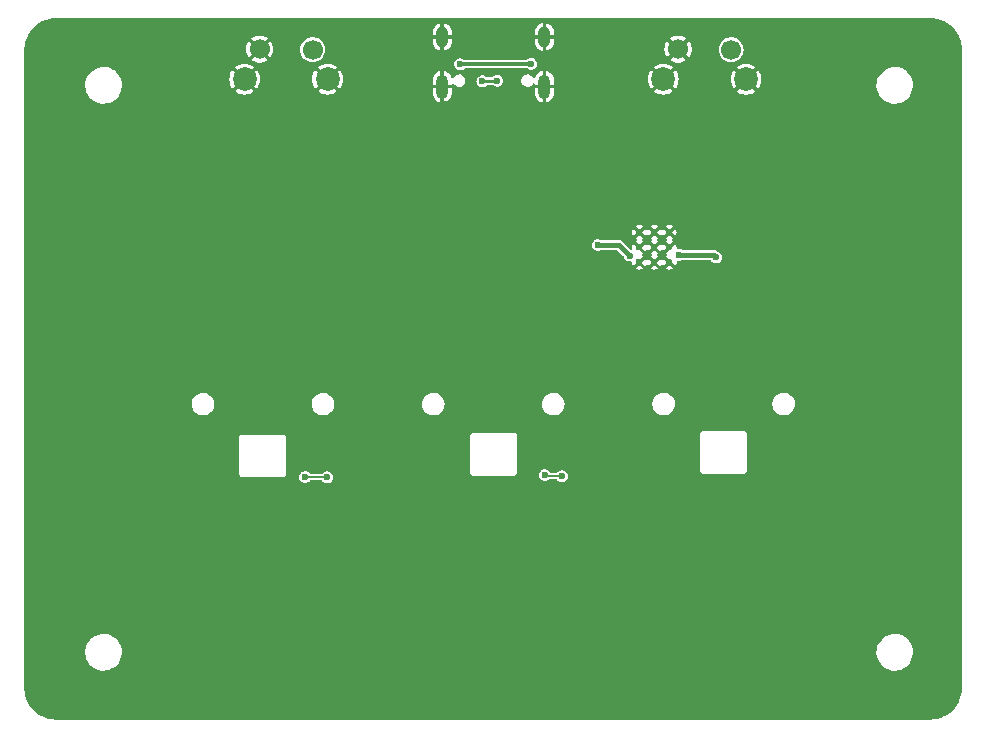
<source format=gbr>
G04 #@! TF.GenerationSoftware,KiCad,Pcbnew,(7.0.0-0)*
G04 #@! TF.CreationDate,2023-03-01T01:27:21-06:00*
G04 #@! TF.ProjectId,RP2040_minimal,52503230-3430-45f6-9d69-6e696d616c2e,REV1*
G04 #@! TF.SameCoordinates,Original*
G04 #@! TF.FileFunction,Copper,L1,Top*
G04 #@! TF.FilePolarity,Positive*
%FSLAX46Y46*%
G04 Gerber Fmt 4.6, Leading zero omitted, Abs format (unit mm)*
G04 Created by KiCad (PCBNEW (7.0.0-0)) date 2023-03-01 01:27:21*
%MOMM*%
%LPD*%
G01*
G04 APERTURE LIST*
G04 #@! TA.AperFunction,ComponentPad*
%ADD10C,1.700000*%
G04 #@! TD*
G04 #@! TA.AperFunction,ComponentPad*
%ADD11C,2.000000*%
G04 #@! TD*
G04 #@! TA.AperFunction,ComponentPad*
%ADD12C,0.600000*%
G04 #@! TD*
G04 #@! TA.AperFunction,ComponentPad*
%ADD13O,1.000000X1.800000*%
G04 #@! TD*
G04 #@! TA.AperFunction,ComponentPad*
%ADD14O,1.000000X2.100000*%
G04 #@! TD*
G04 #@! TA.AperFunction,ViaPad*
%ADD15C,0.600000*%
G04 #@! TD*
G04 #@! TA.AperFunction,Conductor*
%ADD16C,0.150000*%
G04 #@! TD*
G04 #@! TA.AperFunction,Conductor*
%ADD17C,0.300000*%
G04 #@! TD*
G04 #@! TA.AperFunction,Conductor*
%ADD18C,0.400000*%
G04 #@! TD*
G04 #@! TA.AperFunction,Conductor*
%ADD19C,0.250000*%
G04 #@! TD*
G04 APERTURE END LIST*
D10*
X84708000Y-99990000D03*
X80218000Y-99940000D03*
D11*
X85968000Y-102480000D03*
X78958000Y-102480000D03*
D10*
X120138000Y-99990000D03*
X115648000Y-99940000D03*
D11*
X121398000Y-102480000D03*
X114388000Y-102480000D03*
D12*
X114912500Y-115452500D03*
X113637500Y-115452500D03*
X112362500Y-115452500D03*
X114912500Y-116727500D03*
X113637500Y-116727500D03*
X112362500Y-116727500D03*
X114912500Y-118002500D03*
X113637500Y-118002500D03*
X112362500Y-118002500D03*
D13*
X95679999Y-98924999D03*
D14*
X95679999Y-103104999D03*
D13*
X104319999Y-98924999D03*
D14*
X104319999Y-103104999D03*
D15*
X90660000Y-118320000D03*
X107670000Y-123170000D03*
X109500000Y-123220000D03*
X110320000Y-123240000D03*
X121762000Y-116318000D03*
X126562500Y-114652500D03*
X124147500Y-115890000D03*
X128370000Y-110430000D03*
X125130000Y-110470000D03*
X125162500Y-119352500D03*
X77290000Y-113710000D03*
X62910000Y-142700000D03*
X112780000Y-110010000D03*
X116737500Y-122202500D03*
X120492000Y-113841500D03*
X116506250Y-111246250D03*
X79630000Y-131237500D03*
X115450000Y-134920000D03*
X127734680Y-145705320D03*
X105797500Y-120730000D03*
X99180000Y-131290000D03*
X86040000Y-138650000D03*
X109980000Y-102660000D03*
X70280000Y-116380000D03*
X122651000Y-117524500D03*
X76500000Y-135140000D03*
X121444490Y-117143494D03*
X97000000Y-109890000D03*
X103130000Y-106450000D03*
X128262500Y-119352500D03*
X115450000Y-128330000D03*
X105810000Y-119740000D03*
X112907500Y-111827500D03*
X71730000Y-140840000D03*
X84565000Y-120850000D03*
X95990000Y-128230000D03*
X76640000Y-127747500D03*
X125560000Y-138930000D03*
X95940000Y-135040000D03*
X124400000Y-108060000D03*
X82050000Y-106890000D03*
X122662500Y-111936500D03*
X103300000Y-104780000D03*
X106040000Y-138510000D03*
X118630000Y-131237500D03*
X104780000Y-116730000D03*
X134475000Y-146930000D03*
X97190000Y-106400000D03*
X96105000Y-104565000D03*
X104760000Y-115760000D03*
X121444504Y-118262500D03*
X81620000Y-110150000D03*
X124097500Y-113590000D03*
X111007500Y-102700000D03*
X97200000Y-101210000D03*
X103200000Y-101190000D03*
X108837494Y-116527500D03*
X111537500Y-117417500D03*
X118862500Y-117562500D03*
X115747500Y-117365000D03*
X99080000Y-102650000D03*
X100355500Y-102615878D03*
X84075000Y-136170000D03*
X85950000Y-136200000D03*
X104350000Y-136000000D03*
X105820000Y-136090000D03*
D16*
X103180000Y-101210000D02*
X103200000Y-101190000D01*
D17*
X97200000Y-101210000D02*
X103180000Y-101210000D01*
D18*
X118862500Y-117562500D02*
X118652500Y-117352500D01*
X118652500Y-117352500D02*
X115772470Y-117352500D01*
X108837494Y-116527500D02*
X110647500Y-116527500D01*
X110647500Y-116527500D02*
X111537500Y-117417500D01*
D19*
X99114122Y-102615878D02*
X100355500Y-102615878D01*
X99080000Y-102650000D02*
X99114122Y-102615878D01*
D16*
X84075000Y-136170000D02*
X85920000Y-136170000D01*
X85920000Y-136170000D02*
X85950000Y-136200000D01*
X105820000Y-136090000D02*
X104440000Y-136090000D01*
X104440000Y-136090000D02*
X104350000Y-136000000D01*
G04 #@! TA.AperFunction,Conductor*
G36*
X137002777Y-97300655D02*
G01*
X137296701Y-97317162D01*
X137307724Y-97318404D01*
X137595224Y-97367252D01*
X137606018Y-97369715D01*
X137886251Y-97450449D01*
X137896722Y-97454113D01*
X137896890Y-97454183D01*
X138166134Y-97565708D01*
X138176136Y-97570525D01*
X138431354Y-97711578D01*
X138440755Y-97717485D01*
X138678575Y-97886228D01*
X138687254Y-97893149D01*
X138694369Y-97899507D01*
X138904697Y-98087467D01*
X138912532Y-98095302D01*
X138980169Y-98170988D01*
X139106850Y-98312745D01*
X139113771Y-98321424D01*
X139282514Y-98559244D01*
X139288421Y-98568645D01*
X139429474Y-98823863D01*
X139434291Y-98833865D01*
X139545884Y-99103273D01*
X139549551Y-99113752D01*
X139588762Y-99249854D01*
X139622553Y-99367147D01*
X139630280Y-99393966D01*
X139632749Y-99404788D01*
X139637677Y-99433789D01*
X139681594Y-99692270D01*
X139682837Y-99703302D01*
X139699344Y-99997222D01*
X139699500Y-100002773D01*
X139699500Y-153997227D01*
X139699344Y-154002778D01*
X139682837Y-154296697D01*
X139681594Y-154307729D01*
X139632750Y-154595209D01*
X139630280Y-154606033D01*
X139549551Y-154886247D01*
X139545884Y-154896726D01*
X139434291Y-155166134D01*
X139429474Y-155176136D01*
X139288421Y-155431354D01*
X139282514Y-155440755D01*
X139113771Y-155678575D01*
X139106850Y-155687254D01*
X138912540Y-155904689D01*
X138904689Y-155912540D01*
X138687254Y-156106850D01*
X138678575Y-156113771D01*
X138440755Y-156282514D01*
X138431354Y-156288421D01*
X138176136Y-156429474D01*
X138166134Y-156434291D01*
X137896726Y-156545884D01*
X137886247Y-156549551D01*
X137606033Y-156630280D01*
X137595209Y-156632750D01*
X137307729Y-156681594D01*
X137296697Y-156682837D01*
X137002778Y-156699344D01*
X136997227Y-156699500D01*
X63047008Y-156699500D01*
X63046526Y-156699463D01*
X63045729Y-156699210D01*
X63043372Y-156699224D01*
X63043364Y-156699224D01*
X63000960Y-156699488D01*
X62995364Y-156699365D01*
X62701084Y-156684539D01*
X62689958Y-156683345D01*
X62402024Y-156635867D01*
X62391104Y-156633425D01*
X62110374Y-156553759D01*
X62099799Y-156550101D01*
X61829844Y-156439262D01*
X61819750Y-156434434D01*
X61810728Y-156429474D01*
X61564024Y-156293838D01*
X61554552Y-156287910D01*
X61316321Y-156119352D01*
X61307568Y-156112384D01*
X61089886Y-155918026D01*
X61081973Y-155910113D01*
X60887615Y-155692431D01*
X60880646Y-155683677D01*
X60877036Y-155678575D01*
X60712086Y-155445443D01*
X60706164Y-155435980D01*
X60565561Y-155180242D01*
X60560740Y-155170162D01*
X60449896Y-154900196D01*
X60446240Y-154889625D01*
X60366571Y-154608883D01*
X60364135Y-154597988D01*
X60316653Y-154310040D01*
X60315460Y-154298915D01*
X60309041Y-154171496D01*
X60300633Y-154004615D01*
X60300511Y-153999057D01*
X60300790Y-153954271D01*
X60300536Y-153953473D01*
X60300500Y-153952992D01*
X60300500Y-151062635D01*
X65445718Y-151062635D01*
X65446198Y-151066594D01*
X65446199Y-151066601D01*
X65475411Y-151307185D01*
X65475412Y-151307193D01*
X65475893Y-151311149D01*
X65477003Y-151314983D01*
X65477004Y-151314985D01*
X65544429Y-151547767D01*
X65544431Y-151547773D01*
X65545541Y-151551604D01*
X65652859Y-151777772D01*
X65655123Y-151781052D01*
X65655126Y-151781057D01*
X65792795Y-151980504D01*
X65795068Y-151983797D01*
X65797833Y-151986676D01*
X65797835Y-151986678D01*
X65887672Y-152080208D01*
X65968484Y-152164341D01*
X66168615Y-152314730D01*
X66390279Y-152431069D01*
X66627734Y-152510343D01*
X66874831Y-152550500D01*
X67060480Y-152550500D01*
X67062481Y-152550500D01*
X67249527Y-152535400D01*
X67492591Y-152475490D01*
X67722897Y-152377366D01*
X67934481Y-152243568D01*
X68121862Y-152077563D01*
X68280188Y-151883650D01*
X68405357Y-151666850D01*
X68494128Y-151432780D01*
X68544202Y-151187500D01*
X68549234Y-151062635D01*
X132445718Y-151062635D01*
X132446198Y-151066594D01*
X132446199Y-151066601D01*
X132475411Y-151307185D01*
X132475412Y-151307193D01*
X132475893Y-151311149D01*
X132477003Y-151314983D01*
X132477004Y-151314985D01*
X132544429Y-151547767D01*
X132544431Y-151547773D01*
X132545541Y-151551604D01*
X132652859Y-151777772D01*
X132655123Y-151781052D01*
X132655126Y-151781057D01*
X132792795Y-151980504D01*
X132795068Y-151983797D01*
X132797833Y-151986676D01*
X132797835Y-151986678D01*
X132887672Y-152080208D01*
X132968484Y-152164341D01*
X133168615Y-152314730D01*
X133390279Y-152431069D01*
X133627734Y-152510343D01*
X133874831Y-152550500D01*
X134060480Y-152550500D01*
X134062481Y-152550500D01*
X134249527Y-152535400D01*
X134492591Y-152475490D01*
X134722897Y-152377366D01*
X134934481Y-152243568D01*
X135121862Y-152077563D01*
X135280188Y-151883650D01*
X135405357Y-151666850D01*
X135494128Y-151432780D01*
X135544202Y-151187500D01*
X135554282Y-150937365D01*
X135524107Y-150688851D01*
X135454459Y-150448396D01*
X135347141Y-150222228D01*
X135204932Y-150016203D01*
X135114868Y-149922437D01*
X135034272Y-149838528D01*
X135034270Y-149838526D01*
X135031516Y-149835659D01*
X135028338Y-149833271D01*
X135028336Y-149833269D01*
X134834569Y-149687663D01*
X134831385Y-149685270D01*
X134827857Y-149683418D01*
X134827855Y-149683417D01*
X134613251Y-149570783D01*
X134613243Y-149570779D01*
X134609721Y-149568931D01*
X134605938Y-149567668D01*
X134376053Y-149490921D01*
X134376049Y-149490920D01*
X134372266Y-149489657D01*
X134368334Y-149489018D01*
X134368326Y-149489016D01*
X134129106Y-149450139D01*
X134129095Y-149450138D01*
X134125169Y-149449500D01*
X133937519Y-149449500D01*
X133935548Y-149449659D01*
X133935525Y-149449660D01*
X133754453Y-149464278D01*
X133754444Y-149464279D01*
X133750473Y-149464600D01*
X133746595Y-149465555D01*
X133746594Y-149465556D01*
X133511287Y-149523554D01*
X133511285Y-149523554D01*
X133507409Y-149524510D01*
X133503745Y-149526070D01*
X133503736Y-149526074D01*
X133280772Y-149621070D01*
X133280764Y-149621074D01*
X133277103Y-149622634D01*
X133273743Y-149624758D01*
X133273731Y-149624765D01*
X133068896Y-149754296D01*
X133068891Y-149754299D01*
X133065519Y-149756432D01*
X133062533Y-149759076D01*
X133062528Y-149759081D01*
X132881124Y-149919791D01*
X132881119Y-149919795D01*
X132878138Y-149922437D01*
X132875621Y-149925519D01*
X132875613Y-149925528D01*
X132722332Y-150113263D01*
X132719812Y-150116350D01*
X132717827Y-150119786D01*
X132717820Y-150119798D01*
X132596635Y-150329698D01*
X132596630Y-150329707D01*
X132594643Y-150333150D01*
X132593233Y-150336866D01*
X132593229Y-150336876D01*
X132507287Y-150563487D01*
X132507284Y-150563495D01*
X132505872Y-150567220D01*
X132505073Y-150571129D01*
X132505072Y-150571136D01*
X132481824Y-150685014D01*
X132455798Y-150812500D01*
X132455637Y-150816484D01*
X132455637Y-150816488D01*
X132445878Y-151058645D01*
X132445878Y-151058654D01*
X132445718Y-151062635D01*
X68549234Y-151062635D01*
X68554282Y-150937365D01*
X68524107Y-150688851D01*
X68454459Y-150448396D01*
X68347141Y-150222228D01*
X68204932Y-150016203D01*
X68114868Y-149922437D01*
X68034272Y-149838528D01*
X68034270Y-149838526D01*
X68031516Y-149835659D01*
X68028338Y-149833271D01*
X68028336Y-149833269D01*
X67834569Y-149687663D01*
X67831385Y-149685270D01*
X67827857Y-149683418D01*
X67827855Y-149683417D01*
X67613251Y-149570783D01*
X67613243Y-149570779D01*
X67609721Y-149568931D01*
X67605938Y-149567668D01*
X67376053Y-149490921D01*
X67376049Y-149490920D01*
X67372266Y-149489657D01*
X67368334Y-149489018D01*
X67368326Y-149489016D01*
X67129106Y-149450139D01*
X67129095Y-149450138D01*
X67125169Y-149449500D01*
X66937519Y-149449500D01*
X66935548Y-149449659D01*
X66935525Y-149449660D01*
X66754453Y-149464278D01*
X66754444Y-149464279D01*
X66750473Y-149464600D01*
X66746595Y-149465555D01*
X66746594Y-149465556D01*
X66511287Y-149523554D01*
X66511285Y-149523554D01*
X66507409Y-149524510D01*
X66503745Y-149526070D01*
X66503736Y-149526074D01*
X66280772Y-149621070D01*
X66280764Y-149621074D01*
X66277103Y-149622634D01*
X66273743Y-149624758D01*
X66273731Y-149624765D01*
X66068896Y-149754296D01*
X66068891Y-149754299D01*
X66065519Y-149756432D01*
X66062533Y-149759076D01*
X66062528Y-149759081D01*
X65881124Y-149919791D01*
X65881119Y-149919795D01*
X65878138Y-149922437D01*
X65875621Y-149925519D01*
X65875613Y-149925528D01*
X65722332Y-150113263D01*
X65719812Y-150116350D01*
X65717827Y-150119786D01*
X65717820Y-150119798D01*
X65596635Y-150329698D01*
X65596630Y-150329707D01*
X65594643Y-150333150D01*
X65593233Y-150336866D01*
X65593229Y-150336876D01*
X65507287Y-150563487D01*
X65507284Y-150563495D01*
X65505872Y-150567220D01*
X65505073Y-150571129D01*
X65505072Y-150571136D01*
X65481824Y-150685014D01*
X65455798Y-150812500D01*
X65455637Y-150816484D01*
X65455637Y-150816488D01*
X65445878Y-151058645D01*
X65445878Y-151058654D01*
X65445718Y-151062635D01*
X60300500Y-151062635D01*
X60300500Y-135846793D01*
X78475599Y-135846793D01*
X78476445Y-135855924D01*
X78476445Y-135855927D01*
X78479078Y-135884338D01*
X78479500Y-135893472D01*
X78479500Y-135902844D01*
X78480340Y-135907343D01*
X78480341Y-135907344D01*
X78481222Y-135912059D01*
X78482483Y-135921105D01*
X78485116Y-135949521D01*
X78485118Y-135949531D01*
X78485965Y-135958660D01*
X78490053Y-135966871D01*
X78491432Y-135971716D01*
X78493252Y-135976416D01*
X78494939Y-135985433D01*
X78514793Y-136017498D01*
X78519228Y-136025460D01*
X78536042Y-136059228D01*
X78542820Y-136065407D01*
X78545859Y-136069431D01*
X78549251Y-136073152D01*
X78554081Y-136080952D01*
X78584170Y-136103674D01*
X78591195Y-136109507D01*
X78619067Y-136134916D01*
X78627627Y-136138232D01*
X78631912Y-136140885D01*
X78636414Y-136143126D01*
X78643736Y-136148656D01*
X78680002Y-136158974D01*
X78688657Y-136161874D01*
X78723827Y-136175500D01*
X78733004Y-136175500D01*
X78737951Y-136176425D01*
X78742966Y-136176889D01*
X78751793Y-136179401D01*
X78789337Y-136175922D01*
X78798472Y-136175500D01*
X82124272Y-136175500D01*
X82133763Y-136176823D01*
X82133836Y-136176044D01*
X82142967Y-136176890D01*
X82151793Y-136179401D01*
X82189337Y-136175922D01*
X82198472Y-136175500D01*
X82203263Y-136175500D01*
X82207844Y-136175500D01*
X82217049Y-136173778D01*
X82226107Y-136172514D01*
X82253244Y-136170000D01*
X83569353Y-136170000D01*
X83570361Y-136177011D01*
X83588826Y-136305443D01*
X83588827Y-136305446D01*
X83589835Y-136312457D01*
X83592777Y-136318899D01*
X83592778Y-136318902D01*
X83621660Y-136382143D01*
X83649623Y-136443373D01*
X83743872Y-136552143D01*
X83749826Y-136555969D01*
X83749828Y-136555971D01*
X83803557Y-136590500D01*
X83864947Y-136629953D01*
X84003039Y-136670500D01*
X84139883Y-136670500D01*
X84146961Y-136670500D01*
X84285053Y-136629953D01*
X84406128Y-136552143D01*
X84468925Y-136479669D01*
X84502620Y-136454446D01*
X84543746Y-136445500D01*
X85455259Y-136445500D01*
X85496385Y-136454446D01*
X85530078Y-136479669D01*
X85618872Y-136582143D01*
X85624826Y-136585969D01*
X85624828Y-136585971D01*
X85687308Y-136626124D01*
X85739947Y-136659953D01*
X85878039Y-136700500D01*
X86014883Y-136700500D01*
X86021961Y-136700500D01*
X86160053Y-136659953D01*
X86281128Y-136582143D01*
X86375377Y-136473373D01*
X86435165Y-136342457D01*
X86455647Y-136200000D01*
X86435165Y-136057543D01*
X86375377Y-135926627D01*
X86281128Y-135817857D01*
X86275174Y-135814030D01*
X86275171Y-135814028D01*
X86166010Y-135743875D01*
X86166008Y-135743874D01*
X86160053Y-135740047D01*
X86136291Y-135733070D01*
X86080856Y-135716793D01*
X98025599Y-135716793D01*
X98026445Y-135725924D01*
X98026445Y-135725927D01*
X98029078Y-135754338D01*
X98029500Y-135763472D01*
X98029500Y-135772844D01*
X98030340Y-135777343D01*
X98030341Y-135777344D01*
X98031222Y-135782059D01*
X98032483Y-135791105D01*
X98035116Y-135819521D01*
X98035118Y-135819531D01*
X98035965Y-135828660D01*
X98040052Y-135836869D01*
X98041430Y-135841711D01*
X98043252Y-135846415D01*
X98044939Y-135855433D01*
X98056457Y-135874035D01*
X98064784Y-135887484D01*
X98069233Y-135895471D01*
X98086042Y-135929228D01*
X98092820Y-135935407D01*
X98095859Y-135939431D01*
X98099251Y-135943152D01*
X98104081Y-135950952D01*
X98134170Y-135973674D01*
X98141195Y-135979507D01*
X98169067Y-136004916D01*
X98177627Y-136008232D01*
X98181912Y-136010885D01*
X98186414Y-136013126D01*
X98193736Y-136018656D01*
X98230002Y-136028974D01*
X98238657Y-136031874D01*
X98273827Y-136045500D01*
X98283004Y-136045500D01*
X98287951Y-136046425D01*
X98292966Y-136046889D01*
X98301793Y-136049401D01*
X98339337Y-136045922D01*
X98348472Y-136045500D01*
X101674272Y-136045500D01*
X101683763Y-136046823D01*
X101683836Y-136046044D01*
X101692967Y-136046890D01*
X101701793Y-136049401D01*
X101739337Y-136045922D01*
X101748472Y-136045500D01*
X101753263Y-136045500D01*
X101757844Y-136045500D01*
X101767049Y-136043778D01*
X101776107Y-136042514D01*
X101813660Y-136039035D01*
X101821876Y-136034943D01*
X101826714Y-136033567D01*
X101831411Y-136031747D01*
X101840433Y-136030061D01*
X101872491Y-136010210D01*
X101880463Y-136005770D01*
X101892051Y-136000000D01*
X103844353Y-136000000D01*
X103845361Y-136007011D01*
X103863826Y-136135443D01*
X103863827Y-136135446D01*
X103864835Y-136142457D01*
X103867777Y-136148899D01*
X103867778Y-136148902D01*
X103880615Y-136177011D01*
X103924623Y-136273373D01*
X104018872Y-136382143D01*
X104139947Y-136459953D01*
X104278039Y-136500500D01*
X104414883Y-136500500D01*
X104421961Y-136500500D01*
X104560053Y-136459953D01*
X104681128Y-136382143D01*
X104681808Y-136383201D01*
X104701128Y-136371740D01*
X104735721Y-136365500D01*
X105351254Y-136365500D01*
X105392380Y-136374446D01*
X105426074Y-136399669D01*
X105488872Y-136472143D01*
X105494826Y-136475969D01*
X105494828Y-136475971D01*
X105529892Y-136498505D01*
X105609947Y-136549953D01*
X105748039Y-136590500D01*
X105884883Y-136590500D01*
X105891961Y-136590500D01*
X106030053Y-136549953D01*
X106151128Y-136472143D01*
X106245377Y-136363373D01*
X106305165Y-136232457D01*
X106325647Y-136090000D01*
X106305165Y-135947543D01*
X106245377Y-135816627D01*
X106151128Y-135707857D01*
X106145174Y-135704030D01*
X106145171Y-135704028D01*
X106036010Y-135633875D01*
X106036008Y-135633874D01*
X106030053Y-135630047D01*
X106006761Y-135623208D01*
X105898752Y-135591494D01*
X105891961Y-135589500D01*
X105748039Y-135589500D01*
X105741248Y-135591493D01*
X105741247Y-135591494D01*
X105616740Y-135628052D01*
X105616737Y-135628053D01*
X105609947Y-135630047D01*
X105603994Y-135633872D01*
X105603989Y-135633875D01*
X105494828Y-135704028D01*
X105494822Y-135704033D01*
X105488872Y-135707857D01*
X105484236Y-135713206D01*
X105484235Y-135713208D01*
X105426073Y-135780331D01*
X105392380Y-135805554D01*
X105351254Y-135814500D01*
X104879131Y-135814500D01*
X104825608Y-135798784D01*
X104789078Y-135756627D01*
X104781506Y-135740047D01*
X104775377Y-135726627D01*
X104766397Y-135716264D01*
X104727463Y-135671331D01*
X104681128Y-135617857D01*
X104675174Y-135614030D01*
X104675171Y-135614028D01*
X104578331Y-135551793D01*
X117475599Y-135551793D01*
X117476445Y-135560924D01*
X117476445Y-135560927D01*
X117479078Y-135589338D01*
X117479500Y-135598472D01*
X117479500Y-135607844D01*
X117480340Y-135612343D01*
X117480341Y-135612344D01*
X117481222Y-135617059D01*
X117482483Y-135626105D01*
X117485116Y-135654521D01*
X117485118Y-135654531D01*
X117485965Y-135663660D01*
X117490053Y-135671871D01*
X117491432Y-135676716D01*
X117493252Y-135681416D01*
X117494939Y-135690433D01*
X117514793Y-135722498D01*
X117519228Y-135730460D01*
X117536042Y-135764228D01*
X117542820Y-135770407D01*
X117545859Y-135774431D01*
X117549251Y-135778152D01*
X117554081Y-135785952D01*
X117584170Y-135808674D01*
X117591195Y-135814507D01*
X117619067Y-135839916D01*
X117627627Y-135843232D01*
X117631912Y-135845885D01*
X117636414Y-135848126D01*
X117643736Y-135853656D01*
X117680002Y-135863974D01*
X117688657Y-135866874D01*
X117723827Y-135880500D01*
X117733004Y-135880500D01*
X117737951Y-135881425D01*
X117742966Y-135881889D01*
X117751793Y-135884401D01*
X117789337Y-135880922D01*
X117798472Y-135880500D01*
X121124272Y-135880500D01*
X121133763Y-135881823D01*
X121133836Y-135881044D01*
X121142967Y-135881890D01*
X121151793Y-135884401D01*
X121189337Y-135880922D01*
X121198472Y-135880500D01*
X121203263Y-135880500D01*
X121207844Y-135880500D01*
X121217049Y-135878778D01*
X121226107Y-135877514D01*
X121263660Y-135874035D01*
X121271876Y-135869943D01*
X121276714Y-135868567D01*
X121281411Y-135866747D01*
X121290433Y-135865061D01*
X121322491Y-135845210D01*
X121330463Y-135840770D01*
X121364228Y-135823958D01*
X121370413Y-135817172D01*
X121374434Y-135814136D01*
X121378147Y-135810750D01*
X121385952Y-135805919D01*
X121408673Y-135775829D01*
X121414504Y-135768806D01*
X121439916Y-135740933D01*
X121443230Y-135732375D01*
X121445873Y-135728108D01*
X121448122Y-135723591D01*
X121453656Y-135716264D01*
X121463977Y-135679983D01*
X121466872Y-135671348D01*
X121480500Y-135636173D01*
X121480500Y-135626998D01*
X121481425Y-135622050D01*
X121481889Y-135617033D01*
X121484401Y-135608207D01*
X121480922Y-135570662D01*
X121480500Y-135561528D01*
X121480500Y-132635728D01*
X121481823Y-132626236D01*
X121481044Y-132626164D01*
X121481890Y-132617032D01*
X121484401Y-132608207D01*
X121480922Y-132570662D01*
X121480500Y-132561528D01*
X121480500Y-132556737D01*
X121480500Y-132552156D01*
X121478778Y-132542945D01*
X121477514Y-132533897D01*
X121474035Y-132496340D01*
X121469945Y-132488127D01*
X121468569Y-132483289D01*
X121466747Y-132478586D01*
X121465061Y-132469567D01*
X121445217Y-132437518D01*
X121440766Y-132429528D01*
X121435557Y-132419067D01*
X121423958Y-132395772D01*
X121417179Y-132389592D01*
X121414145Y-132385574D01*
X121410748Y-132381848D01*
X121405919Y-132374048D01*
X121375833Y-132351328D01*
X121368798Y-132345487D01*
X121340933Y-132320084D01*
X121332381Y-132316770D01*
X121328104Y-132314122D01*
X121323582Y-132311870D01*
X121316264Y-132306344D01*
X121307443Y-132303834D01*
X121307441Y-132303833D01*
X121280001Y-132296026D01*
X121271332Y-132293120D01*
X121244726Y-132282813D01*
X121244723Y-132282812D01*
X121236173Y-132279500D01*
X121227002Y-132279500D01*
X121222053Y-132278575D01*
X121217030Y-132278109D01*
X121208207Y-132275599D01*
X121199074Y-132276445D01*
X121199072Y-132276445D01*
X121170662Y-132279078D01*
X121161528Y-132279500D01*
X117835728Y-132279500D01*
X117826236Y-132278176D01*
X117826164Y-132278956D01*
X117817030Y-132278109D01*
X117808207Y-132275599D01*
X117799074Y-132276445D01*
X117799072Y-132276445D01*
X117770662Y-132279078D01*
X117761528Y-132279500D01*
X117752156Y-132279500D01*
X117747661Y-132280339D01*
X117747650Y-132280341D01*
X117742939Y-132281222D01*
X117733895Y-132282483D01*
X117705478Y-132285117D01*
X117705472Y-132285118D01*
X117696340Y-132285965D01*
X117688130Y-132290051D01*
X117683283Y-132291431D01*
X117678577Y-132293253D01*
X117669567Y-132294939D01*
X117661774Y-132299763D01*
X117661771Y-132299765D01*
X117637516Y-132314783D01*
X117629534Y-132319229D01*
X117603985Y-132331951D01*
X117603979Y-132331954D01*
X117595772Y-132336042D01*
X117589594Y-132342817D01*
X117585563Y-132345862D01*
X117581840Y-132349255D01*
X117574048Y-132354081D01*
X117568522Y-132361397D01*
X117568520Y-132361400D01*
X117551322Y-132384174D01*
X117545488Y-132391199D01*
X117520084Y-132419067D01*
X117516772Y-132427614D01*
X117514124Y-132431891D01*
X117511870Y-132436417D01*
X117506344Y-132443736D01*
X117503834Y-132452554D01*
X117503831Y-132452562D01*
X117496024Y-132480002D01*
X117493120Y-132488669D01*
X117482812Y-132515276D01*
X117482811Y-132515278D01*
X117479500Y-132523827D01*
X117479500Y-132532997D01*
X117478575Y-132537946D01*
X117478109Y-132542969D01*
X117475599Y-132551793D01*
X117476445Y-132560924D01*
X117476445Y-132560927D01*
X117479078Y-132589338D01*
X117479500Y-132598472D01*
X117479500Y-135524272D01*
X117478176Y-135533763D01*
X117478956Y-135533836D01*
X117478109Y-135542969D01*
X117475599Y-135551793D01*
X104578331Y-135551793D01*
X104566010Y-135543875D01*
X104566008Y-135543874D01*
X104560053Y-135540047D01*
X104538651Y-135533763D01*
X104428752Y-135501494D01*
X104421961Y-135499500D01*
X104278039Y-135499500D01*
X104271248Y-135501493D01*
X104271247Y-135501494D01*
X104146740Y-135538052D01*
X104146737Y-135538053D01*
X104139947Y-135540047D01*
X104133994Y-135543872D01*
X104133989Y-135543875D01*
X104024828Y-135614028D01*
X104024822Y-135614033D01*
X104018872Y-135617857D01*
X104014236Y-135623206D01*
X104014235Y-135623208D01*
X103929263Y-135721271D01*
X103929262Y-135721273D01*
X103924623Y-135726627D01*
X103921680Y-135733070D01*
X103921678Y-135733074D01*
X103867778Y-135851097D01*
X103867776Y-135851102D01*
X103864835Y-135857543D01*
X103863827Y-135864551D01*
X103863826Y-135864556D01*
X103848139Y-135973667D01*
X103844353Y-136000000D01*
X101892051Y-136000000D01*
X101914228Y-135988958D01*
X101920413Y-135982172D01*
X101924434Y-135979136D01*
X101928147Y-135975750D01*
X101935952Y-135970919D01*
X101958673Y-135940829D01*
X101964504Y-135933806D01*
X101989916Y-135905933D01*
X101993230Y-135897375D01*
X101995873Y-135893108D01*
X101998122Y-135888591D01*
X102003656Y-135881264D01*
X102013977Y-135844983D01*
X102016872Y-135836348D01*
X102030500Y-135801173D01*
X102030500Y-135791998D01*
X102031425Y-135787050D01*
X102031889Y-135782033D01*
X102034401Y-135773207D01*
X102030922Y-135735662D01*
X102030500Y-135726528D01*
X102030500Y-132800728D01*
X102031823Y-132791236D01*
X102031044Y-132791164D01*
X102031890Y-132782032D01*
X102034401Y-132773207D01*
X102030922Y-132735662D01*
X102030500Y-132726528D01*
X102030500Y-132721737D01*
X102030500Y-132717156D01*
X102028778Y-132707945D01*
X102027514Y-132698897D01*
X102024035Y-132661340D01*
X102019945Y-132653127D01*
X102018569Y-132648289D01*
X102016747Y-132643586D01*
X102015061Y-132634567D01*
X101995217Y-132602518D01*
X101990766Y-132594528D01*
X101985557Y-132584067D01*
X101973958Y-132560772D01*
X101967179Y-132554592D01*
X101964145Y-132550574D01*
X101960748Y-132546848D01*
X101955919Y-132539048D01*
X101925833Y-132516328D01*
X101918798Y-132510487D01*
X101913298Y-132505473D01*
X101890933Y-132485084D01*
X101882381Y-132481770D01*
X101878104Y-132479122D01*
X101873582Y-132476870D01*
X101866264Y-132471344D01*
X101857443Y-132468834D01*
X101857441Y-132468833D01*
X101830001Y-132461026D01*
X101821332Y-132458120D01*
X101794726Y-132447813D01*
X101794723Y-132447812D01*
X101786173Y-132444500D01*
X101777002Y-132444500D01*
X101772053Y-132443575D01*
X101767030Y-132443109D01*
X101758207Y-132440599D01*
X101749074Y-132441445D01*
X101749072Y-132441445D01*
X101720662Y-132444078D01*
X101711528Y-132444500D01*
X98385728Y-132444500D01*
X98376236Y-132443176D01*
X98376164Y-132443956D01*
X98367030Y-132443109D01*
X98358207Y-132440599D01*
X98349074Y-132441445D01*
X98349072Y-132441445D01*
X98320662Y-132444078D01*
X98311528Y-132444500D01*
X98302156Y-132444500D01*
X98297661Y-132445339D01*
X98297650Y-132445341D01*
X98292939Y-132446222D01*
X98283895Y-132447483D01*
X98255478Y-132450117D01*
X98255472Y-132450118D01*
X98246340Y-132450965D01*
X98238130Y-132455051D01*
X98233283Y-132456431D01*
X98228577Y-132458253D01*
X98219567Y-132459939D01*
X98211774Y-132464763D01*
X98211771Y-132464765D01*
X98187516Y-132479783D01*
X98179534Y-132484229D01*
X98153985Y-132496951D01*
X98153979Y-132496954D01*
X98145772Y-132501042D01*
X98139594Y-132507817D01*
X98135563Y-132510862D01*
X98131840Y-132514255D01*
X98124048Y-132519081D01*
X98118522Y-132526397D01*
X98118520Y-132526400D01*
X98101322Y-132549174D01*
X98095488Y-132556199D01*
X98091320Y-132560772D01*
X98077236Y-132576222D01*
X98070084Y-132584067D01*
X98066772Y-132592614D01*
X98064124Y-132596891D01*
X98061870Y-132601417D01*
X98056344Y-132608736D01*
X98053834Y-132617554D01*
X98053831Y-132617562D01*
X98046024Y-132645002D01*
X98043120Y-132653669D01*
X98032812Y-132680276D01*
X98032811Y-132680278D01*
X98029500Y-132688827D01*
X98029500Y-132697997D01*
X98028575Y-132702946D01*
X98028109Y-132707969D01*
X98025599Y-132716793D01*
X98026445Y-132725924D01*
X98026445Y-132725927D01*
X98029078Y-132754338D01*
X98029500Y-132763472D01*
X98029500Y-135689272D01*
X98028176Y-135698763D01*
X98028956Y-135698836D01*
X98028109Y-135707969D01*
X98025599Y-135716793D01*
X86080856Y-135716793D01*
X86028752Y-135701494D01*
X86021961Y-135699500D01*
X85878039Y-135699500D01*
X85871248Y-135701493D01*
X85871247Y-135701494D01*
X85746740Y-135738052D01*
X85746737Y-135738053D01*
X85739947Y-135740047D01*
X85733994Y-135743872D01*
X85733989Y-135743875D01*
X85624828Y-135814028D01*
X85624822Y-135814033D01*
X85618872Y-135817857D01*
X85614236Y-135823206D01*
X85614235Y-135823208D01*
X85582068Y-135860331D01*
X85548375Y-135885554D01*
X85507249Y-135894500D01*
X84543746Y-135894500D01*
X84502620Y-135885554D01*
X84468927Y-135860331D01*
X84437409Y-135823958D01*
X84406128Y-135787857D01*
X84400174Y-135784030D01*
X84400171Y-135784028D01*
X84291010Y-135713875D01*
X84291008Y-135713874D01*
X84285053Y-135710047D01*
X84277594Y-135707857D01*
X84153752Y-135671494D01*
X84146961Y-135669500D01*
X84003039Y-135669500D01*
X83996248Y-135671493D01*
X83996247Y-135671494D01*
X83871740Y-135708052D01*
X83871737Y-135708053D01*
X83864947Y-135710047D01*
X83858994Y-135713872D01*
X83858989Y-135713875D01*
X83749828Y-135784028D01*
X83749822Y-135784033D01*
X83743872Y-135787857D01*
X83739236Y-135793206D01*
X83739235Y-135793208D01*
X83654263Y-135891271D01*
X83654260Y-135891275D01*
X83649623Y-135896627D01*
X83646680Y-135903070D01*
X83646678Y-135903074D01*
X83592778Y-136021097D01*
X83592776Y-136021102D01*
X83589835Y-136027543D01*
X83588827Y-136034551D01*
X83588826Y-136034556D01*
X83576104Y-136123046D01*
X83569353Y-136170000D01*
X82253244Y-136170000D01*
X82263660Y-136169035D01*
X82271876Y-136164943D01*
X82276714Y-136163567D01*
X82281411Y-136161747D01*
X82290433Y-136160061D01*
X82322491Y-136140210D01*
X82330463Y-136135770D01*
X82364228Y-136118958D01*
X82370413Y-136112172D01*
X82374434Y-136109136D01*
X82378147Y-136105750D01*
X82385952Y-136100919D01*
X82408673Y-136070829D01*
X82414504Y-136063806D01*
X82439916Y-136035933D01*
X82443230Y-136027375D01*
X82445873Y-136023108D01*
X82448122Y-136018591D01*
X82453656Y-136011264D01*
X82463977Y-135974983D01*
X82466872Y-135966348D01*
X82480500Y-135931173D01*
X82480500Y-135921998D01*
X82481425Y-135917050D01*
X82481889Y-135912033D01*
X82484401Y-135903207D01*
X82480922Y-135865662D01*
X82480500Y-135856528D01*
X82480500Y-132930728D01*
X82481823Y-132921236D01*
X82481044Y-132921164D01*
X82481890Y-132912032D01*
X82484401Y-132903207D01*
X82480922Y-132865662D01*
X82480500Y-132856528D01*
X82480500Y-132851737D01*
X82480500Y-132847156D01*
X82478778Y-132837945D01*
X82477514Y-132828897D01*
X82474035Y-132791340D01*
X82469945Y-132783127D01*
X82468569Y-132778289D01*
X82466747Y-132773586D01*
X82465061Y-132764567D01*
X82445217Y-132732518D01*
X82440766Y-132724528D01*
X82437095Y-132717156D01*
X82423958Y-132690772D01*
X82417179Y-132684592D01*
X82414145Y-132680574D01*
X82410748Y-132676848D01*
X82405919Y-132669048D01*
X82375833Y-132646328D01*
X82368798Y-132640487D01*
X82362304Y-132634567D01*
X82340933Y-132615084D01*
X82332381Y-132611770D01*
X82328104Y-132609122D01*
X82323582Y-132606870D01*
X82316264Y-132601344D01*
X82307443Y-132598834D01*
X82307441Y-132598833D01*
X82280001Y-132591026D01*
X82271332Y-132588120D01*
X82244726Y-132577813D01*
X82244723Y-132577812D01*
X82236173Y-132574500D01*
X82227002Y-132574500D01*
X82222053Y-132573575D01*
X82217030Y-132573109D01*
X82208207Y-132570599D01*
X82199074Y-132571445D01*
X82199072Y-132571445D01*
X82170662Y-132574078D01*
X82161528Y-132574500D01*
X78835728Y-132574500D01*
X78826236Y-132573176D01*
X78826164Y-132573956D01*
X78817030Y-132573109D01*
X78808207Y-132570599D01*
X78799074Y-132571445D01*
X78799072Y-132571445D01*
X78770662Y-132574078D01*
X78761528Y-132574500D01*
X78752156Y-132574500D01*
X78747661Y-132575339D01*
X78747650Y-132575341D01*
X78742939Y-132576222D01*
X78733895Y-132577483D01*
X78705478Y-132580117D01*
X78705472Y-132580118D01*
X78696340Y-132580965D01*
X78688130Y-132585051D01*
X78683283Y-132586431D01*
X78678577Y-132588253D01*
X78669567Y-132589939D01*
X78661774Y-132594763D01*
X78661771Y-132594765D01*
X78637516Y-132609783D01*
X78629534Y-132614229D01*
X78603985Y-132626951D01*
X78603979Y-132626954D01*
X78595772Y-132631042D01*
X78589594Y-132637817D01*
X78585563Y-132640862D01*
X78581840Y-132644255D01*
X78574048Y-132649081D01*
X78568522Y-132656397D01*
X78568520Y-132656400D01*
X78551322Y-132679174D01*
X78545488Y-132686199D01*
X78520084Y-132714067D01*
X78516772Y-132722614D01*
X78514124Y-132726891D01*
X78511870Y-132731417D01*
X78506344Y-132738736D01*
X78503834Y-132747554D01*
X78503831Y-132747562D01*
X78496024Y-132775002D01*
X78493120Y-132783669D01*
X78482812Y-132810276D01*
X78482811Y-132810278D01*
X78479500Y-132818827D01*
X78479500Y-132827997D01*
X78478575Y-132832946D01*
X78478109Y-132837969D01*
X78475599Y-132846793D01*
X78476445Y-132855924D01*
X78476445Y-132855927D01*
X78479078Y-132884338D01*
X78479500Y-132893472D01*
X78479500Y-135819272D01*
X78478176Y-135828763D01*
X78478956Y-135828836D01*
X78478109Y-135837969D01*
X78475599Y-135846793D01*
X60300500Y-135846793D01*
X60300500Y-130048390D01*
X74465824Y-130048390D01*
X74466583Y-130053348D01*
X74466584Y-130053357D01*
X74494335Y-130234505D01*
X74494336Y-130234512D01*
X74495097Y-130239474D01*
X74496841Y-130244184D01*
X74496842Y-130244186D01*
X74560490Y-130416041D01*
X74560493Y-130416048D01*
X74562236Y-130420753D01*
X74564892Y-130425015D01*
X74564893Y-130425016D01*
X74617451Y-130509339D01*
X74664491Y-130584807D01*
X74797677Y-130724919D01*
X74801791Y-130727783D01*
X74801793Y-130727784D01*
X74886291Y-130786596D01*
X74956342Y-130835353D01*
X75133988Y-130911587D01*
X75323344Y-130950500D01*
X75465695Y-130950500D01*
X75468206Y-130950500D01*
X75612321Y-130935845D01*
X75796768Y-130877974D01*
X75965791Y-130784159D01*
X76112468Y-130658240D01*
X76230796Y-130505373D01*
X76315930Y-130331816D01*
X76364385Y-130144674D01*
X76369268Y-130048390D01*
X84625824Y-130048390D01*
X84626583Y-130053348D01*
X84626584Y-130053357D01*
X84654335Y-130234505D01*
X84654336Y-130234512D01*
X84655097Y-130239474D01*
X84656841Y-130244184D01*
X84656842Y-130244186D01*
X84720490Y-130416041D01*
X84720493Y-130416048D01*
X84722236Y-130420753D01*
X84724892Y-130425015D01*
X84724893Y-130425016D01*
X84777451Y-130509339D01*
X84824491Y-130584807D01*
X84957677Y-130724919D01*
X84961791Y-130727783D01*
X84961793Y-130727784D01*
X85046291Y-130786596D01*
X85116342Y-130835353D01*
X85293988Y-130911587D01*
X85483344Y-130950500D01*
X85625695Y-130950500D01*
X85628206Y-130950500D01*
X85772321Y-130935845D01*
X85956768Y-130877974D01*
X86125791Y-130784159D01*
X86272468Y-130658240D01*
X86390796Y-130505373D01*
X86475930Y-130331816D01*
X86524385Y-130144674D01*
X86529268Y-130048390D01*
X93965824Y-130048390D01*
X93966583Y-130053348D01*
X93966584Y-130053357D01*
X93994335Y-130234505D01*
X93994336Y-130234512D01*
X93995097Y-130239474D01*
X93996841Y-130244184D01*
X93996842Y-130244186D01*
X94060490Y-130416041D01*
X94060493Y-130416048D01*
X94062236Y-130420753D01*
X94064892Y-130425015D01*
X94064893Y-130425016D01*
X94117451Y-130509339D01*
X94164491Y-130584807D01*
X94297677Y-130724919D01*
X94301791Y-130727783D01*
X94301793Y-130727784D01*
X94386291Y-130786596D01*
X94456342Y-130835353D01*
X94633988Y-130911587D01*
X94823344Y-130950500D01*
X94965695Y-130950500D01*
X94968206Y-130950500D01*
X95112321Y-130935845D01*
X95296768Y-130877974D01*
X95465791Y-130784159D01*
X95612468Y-130658240D01*
X95730796Y-130505373D01*
X95815930Y-130331816D01*
X95864385Y-130144674D01*
X95869268Y-130048390D01*
X104125824Y-130048390D01*
X104126583Y-130053348D01*
X104126584Y-130053357D01*
X104154335Y-130234505D01*
X104154336Y-130234512D01*
X104155097Y-130239474D01*
X104156841Y-130244184D01*
X104156842Y-130244186D01*
X104220490Y-130416041D01*
X104220493Y-130416048D01*
X104222236Y-130420753D01*
X104224892Y-130425015D01*
X104224893Y-130425016D01*
X104277451Y-130509339D01*
X104324491Y-130584807D01*
X104457677Y-130724919D01*
X104461791Y-130727783D01*
X104461793Y-130727784D01*
X104546291Y-130786596D01*
X104616342Y-130835353D01*
X104793988Y-130911587D01*
X104983344Y-130950500D01*
X105125695Y-130950500D01*
X105128206Y-130950500D01*
X105272321Y-130935845D01*
X105456768Y-130877974D01*
X105625791Y-130784159D01*
X105772468Y-130658240D01*
X105890796Y-130505373D01*
X105975930Y-130331816D01*
X106024385Y-130144674D01*
X106029268Y-130048390D01*
X113465824Y-130048390D01*
X113466583Y-130053348D01*
X113466584Y-130053357D01*
X113494335Y-130234505D01*
X113494336Y-130234512D01*
X113495097Y-130239474D01*
X113496841Y-130244184D01*
X113496842Y-130244186D01*
X113560490Y-130416041D01*
X113560493Y-130416048D01*
X113562236Y-130420753D01*
X113564892Y-130425015D01*
X113564893Y-130425016D01*
X113617451Y-130509339D01*
X113664491Y-130584807D01*
X113797677Y-130724919D01*
X113801791Y-130727783D01*
X113801793Y-130727784D01*
X113886291Y-130786596D01*
X113956342Y-130835353D01*
X114133988Y-130911587D01*
X114323344Y-130950500D01*
X114465695Y-130950500D01*
X114468206Y-130950500D01*
X114612321Y-130935845D01*
X114796768Y-130877974D01*
X114965791Y-130784159D01*
X115112468Y-130658240D01*
X115230796Y-130505373D01*
X115315930Y-130331816D01*
X115364385Y-130144674D01*
X115369268Y-130048390D01*
X123625824Y-130048390D01*
X123626583Y-130053348D01*
X123626584Y-130053357D01*
X123654335Y-130234505D01*
X123654336Y-130234512D01*
X123655097Y-130239474D01*
X123656841Y-130244184D01*
X123656842Y-130244186D01*
X123720490Y-130416041D01*
X123720493Y-130416048D01*
X123722236Y-130420753D01*
X123724892Y-130425015D01*
X123724893Y-130425016D01*
X123777451Y-130509339D01*
X123824491Y-130584807D01*
X123957677Y-130724919D01*
X123961791Y-130727783D01*
X123961793Y-130727784D01*
X124046291Y-130786596D01*
X124116342Y-130835353D01*
X124293988Y-130911587D01*
X124483344Y-130950500D01*
X124625695Y-130950500D01*
X124628206Y-130950500D01*
X124772321Y-130935845D01*
X124956768Y-130877974D01*
X125125791Y-130784159D01*
X125272468Y-130658240D01*
X125390796Y-130505373D01*
X125475930Y-130331816D01*
X125524385Y-130144674D01*
X125534176Y-129951610D01*
X125504903Y-129760526D01*
X125437764Y-129579247D01*
X125335509Y-129415193D01*
X125202323Y-129275081D01*
X125198208Y-129272217D01*
X125198206Y-129272215D01*
X125047779Y-129167515D01*
X125047776Y-129167513D01*
X125043658Y-129164647D01*
X125039042Y-129162666D01*
X125039040Y-129162665D01*
X124870620Y-129090390D01*
X124870616Y-129090388D01*
X124866012Y-129088413D01*
X124861108Y-129087405D01*
X124861101Y-129087403D01*
X124681567Y-129050509D01*
X124681564Y-129050508D01*
X124676656Y-129049500D01*
X124531794Y-129049500D01*
X124529297Y-129049753D01*
X124529295Y-129049754D01*
X124392677Y-129063646D01*
X124392669Y-129063647D01*
X124387679Y-129064155D01*
X124382893Y-129065656D01*
X124382886Y-129065658D01*
X124208021Y-129120523D01*
X124208017Y-129120524D01*
X124203232Y-129122026D01*
X124198850Y-129124457D01*
X124198841Y-129124462D01*
X124038600Y-129213403D01*
X124038594Y-129213406D01*
X124034209Y-129215841D01*
X124030403Y-129219107D01*
X124030399Y-129219111D01*
X123891338Y-129338491D01*
X123891329Y-129338499D01*
X123887532Y-129341760D01*
X123884466Y-129345720D01*
X123884462Y-129345725D01*
X123772274Y-129490660D01*
X123772271Y-129490664D01*
X123769204Y-129494627D01*
X123766997Y-129499125D01*
X123766994Y-129499131D01*
X123686278Y-129663681D01*
X123686275Y-129663687D01*
X123684070Y-129668184D01*
X123682815Y-129673027D01*
X123682812Y-129673038D01*
X123658874Y-129765494D01*
X123635615Y-129855326D01*
X123635361Y-129860334D01*
X123635360Y-129860341D01*
X123626078Y-130043373D01*
X123625824Y-130048390D01*
X115369268Y-130048390D01*
X115374176Y-129951610D01*
X115344903Y-129760526D01*
X115277764Y-129579247D01*
X115175509Y-129415193D01*
X115042323Y-129275081D01*
X115038208Y-129272217D01*
X115038206Y-129272215D01*
X114887779Y-129167515D01*
X114887776Y-129167513D01*
X114883658Y-129164647D01*
X114879042Y-129162666D01*
X114879040Y-129162665D01*
X114710620Y-129090390D01*
X114710616Y-129090388D01*
X114706012Y-129088413D01*
X114701108Y-129087405D01*
X114701101Y-129087403D01*
X114521567Y-129050509D01*
X114521564Y-129050508D01*
X114516656Y-129049500D01*
X114371794Y-129049500D01*
X114369297Y-129049753D01*
X114369295Y-129049754D01*
X114232677Y-129063646D01*
X114232669Y-129063647D01*
X114227679Y-129064155D01*
X114222893Y-129065656D01*
X114222886Y-129065658D01*
X114048021Y-129120523D01*
X114048017Y-129120524D01*
X114043232Y-129122026D01*
X114038850Y-129124457D01*
X114038841Y-129124462D01*
X113878600Y-129213403D01*
X113878594Y-129213406D01*
X113874209Y-129215841D01*
X113870403Y-129219107D01*
X113870399Y-129219111D01*
X113731338Y-129338491D01*
X113731329Y-129338499D01*
X113727532Y-129341760D01*
X113724466Y-129345720D01*
X113724462Y-129345725D01*
X113612274Y-129490660D01*
X113612271Y-129490664D01*
X113609204Y-129494627D01*
X113606997Y-129499125D01*
X113606994Y-129499131D01*
X113526278Y-129663681D01*
X113526275Y-129663687D01*
X113524070Y-129668184D01*
X113522815Y-129673027D01*
X113522812Y-129673038D01*
X113498874Y-129765494D01*
X113475615Y-129855326D01*
X113475361Y-129860334D01*
X113475360Y-129860341D01*
X113466078Y-130043373D01*
X113465824Y-130048390D01*
X106029268Y-130048390D01*
X106034176Y-129951610D01*
X106004903Y-129760526D01*
X105937764Y-129579247D01*
X105835509Y-129415193D01*
X105702323Y-129275081D01*
X105698208Y-129272217D01*
X105698206Y-129272215D01*
X105547779Y-129167515D01*
X105547776Y-129167513D01*
X105543658Y-129164647D01*
X105539042Y-129162666D01*
X105539040Y-129162665D01*
X105370620Y-129090390D01*
X105370616Y-129090388D01*
X105366012Y-129088413D01*
X105361108Y-129087405D01*
X105361101Y-129087403D01*
X105181567Y-129050509D01*
X105181564Y-129050508D01*
X105176656Y-129049500D01*
X105031794Y-129049500D01*
X105029297Y-129049753D01*
X105029295Y-129049754D01*
X104892677Y-129063646D01*
X104892669Y-129063647D01*
X104887679Y-129064155D01*
X104882893Y-129065656D01*
X104882886Y-129065658D01*
X104708021Y-129120523D01*
X104708017Y-129120524D01*
X104703232Y-129122026D01*
X104698850Y-129124457D01*
X104698841Y-129124462D01*
X104538600Y-129213403D01*
X104538594Y-129213406D01*
X104534209Y-129215841D01*
X104530403Y-129219107D01*
X104530399Y-129219111D01*
X104391338Y-129338491D01*
X104391329Y-129338499D01*
X104387532Y-129341760D01*
X104384466Y-129345720D01*
X104384462Y-129345725D01*
X104272274Y-129490660D01*
X104272271Y-129490664D01*
X104269204Y-129494627D01*
X104266997Y-129499125D01*
X104266994Y-129499131D01*
X104186278Y-129663681D01*
X104186275Y-129663687D01*
X104184070Y-129668184D01*
X104182815Y-129673027D01*
X104182812Y-129673038D01*
X104158874Y-129765494D01*
X104135615Y-129855326D01*
X104135361Y-129860334D01*
X104135360Y-129860341D01*
X104126078Y-130043373D01*
X104125824Y-130048390D01*
X95869268Y-130048390D01*
X95874176Y-129951610D01*
X95844903Y-129760526D01*
X95777764Y-129579247D01*
X95675509Y-129415193D01*
X95542323Y-129275081D01*
X95538208Y-129272217D01*
X95538206Y-129272215D01*
X95387779Y-129167515D01*
X95387776Y-129167513D01*
X95383658Y-129164647D01*
X95379042Y-129162666D01*
X95379040Y-129162665D01*
X95210620Y-129090390D01*
X95210616Y-129090388D01*
X95206012Y-129088413D01*
X95201108Y-129087405D01*
X95201101Y-129087403D01*
X95021567Y-129050509D01*
X95021564Y-129050508D01*
X95016656Y-129049500D01*
X94871794Y-129049500D01*
X94869297Y-129049753D01*
X94869295Y-129049754D01*
X94732677Y-129063646D01*
X94732669Y-129063647D01*
X94727679Y-129064155D01*
X94722893Y-129065656D01*
X94722886Y-129065658D01*
X94548021Y-129120523D01*
X94548017Y-129120524D01*
X94543232Y-129122026D01*
X94538850Y-129124457D01*
X94538841Y-129124462D01*
X94378600Y-129213403D01*
X94378594Y-129213406D01*
X94374209Y-129215841D01*
X94370403Y-129219107D01*
X94370399Y-129219111D01*
X94231338Y-129338491D01*
X94231329Y-129338499D01*
X94227532Y-129341760D01*
X94224466Y-129345720D01*
X94224462Y-129345725D01*
X94112274Y-129490660D01*
X94112271Y-129490664D01*
X94109204Y-129494627D01*
X94106997Y-129499125D01*
X94106994Y-129499131D01*
X94026278Y-129663681D01*
X94026275Y-129663687D01*
X94024070Y-129668184D01*
X94022815Y-129673027D01*
X94022812Y-129673038D01*
X93998874Y-129765494D01*
X93975615Y-129855326D01*
X93975361Y-129860334D01*
X93975360Y-129860341D01*
X93966078Y-130043373D01*
X93965824Y-130048390D01*
X86529268Y-130048390D01*
X86534176Y-129951610D01*
X86504903Y-129760526D01*
X86437764Y-129579247D01*
X86335509Y-129415193D01*
X86202323Y-129275081D01*
X86198208Y-129272217D01*
X86198206Y-129272215D01*
X86047779Y-129167515D01*
X86047776Y-129167513D01*
X86043658Y-129164647D01*
X86039042Y-129162666D01*
X86039040Y-129162665D01*
X85870620Y-129090390D01*
X85870616Y-129090388D01*
X85866012Y-129088413D01*
X85861108Y-129087405D01*
X85861101Y-129087403D01*
X85681567Y-129050509D01*
X85681564Y-129050508D01*
X85676656Y-129049500D01*
X85531794Y-129049500D01*
X85529297Y-129049753D01*
X85529295Y-129049754D01*
X85392677Y-129063646D01*
X85392669Y-129063647D01*
X85387679Y-129064155D01*
X85382893Y-129065656D01*
X85382886Y-129065658D01*
X85208021Y-129120523D01*
X85208017Y-129120524D01*
X85203232Y-129122026D01*
X85198850Y-129124457D01*
X85198841Y-129124462D01*
X85038600Y-129213403D01*
X85038594Y-129213406D01*
X85034209Y-129215841D01*
X85030403Y-129219107D01*
X85030399Y-129219111D01*
X84891338Y-129338491D01*
X84891329Y-129338499D01*
X84887532Y-129341760D01*
X84884466Y-129345720D01*
X84884462Y-129345725D01*
X84772274Y-129490660D01*
X84772271Y-129490664D01*
X84769204Y-129494627D01*
X84766997Y-129499125D01*
X84766994Y-129499131D01*
X84686278Y-129663681D01*
X84686275Y-129663687D01*
X84684070Y-129668184D01*
X84682815Y-129673027D01*
X84682812Y-129673038D01*
X84658874Y-129765494D01*
X84635615Y-129855326D01*
X84635361Y-129860334D01*
X84635360Y-129860341D01*
X84626078Y-130043373D01*
X84625824Y-130048390D01*
X76369268Y-130048390D01*
X76374176Y-129951610D01*
X76344903Y-129760526D01*
X76277764Y-129579247D01*
X76175509Y-129415193D01*
X76042323Y-129275081D01*
X76038208Y-129272217D01*
X76038206Y-129272215D01*
X75887779Y-129167515D01*
X75887776Y-129167513D01*
X75883658Y-129164647D01*
X75879042Y-129162666D01*
X75879040Y-129162665D01*
X75710620Y-129090390D01*
X75710616Y-129090388D01*
X75706012Y-129088413D01*
X75701108Y-129087405D01*
X75701101Y-129087403D01*
X75521567Y-129050509D01*
X75521564Y-129050508D01*
X75516656Y-129049500D01*
X75371794Y-129049500D01*
X75369297Y-129049753D01*
X75369295Y-129049754D01*
X75232677Y-129063646D01*
X75232669Y-129063647D01*
X75227679Y-129064155D01*
X75222893Y-129065656D01*
X75222886Y-129065658D01*
X75048021Y-129120523D01*
X75048017Y-129120524D01*
X75043232Y-129122026D01*
X75038850Y-129124457D01*
X75038841Y-129124462D01*
X74878600Y-129213403D01*
X74878594Y-129213406D01*
X74874209Y-129215841D01*
X74870403Y-129219107D01*
X74870399Y-129219111D01*
X74731338Y-129338491D01*
X74731329Y-129338499D01*
X74727532Y-129341760D01*
X74724466Y-129345720D01*
X74724462Y-129345725D01*
X74612274Y-129490660D01*
X74612271Y-129490664D01*
X74609204Y-129494627D01*
X74606997Y-129499125D01*
X74606994Y-129499131D01*
X74526278Y-129663681D01*
X74526275Y-129663687D01*
X74524070Y-129668184D01*
X74522815Y-129673027D01*
X74522812Y-129673038D01*
X74498874Y-129765494D01*
X74475615Y-129855326D01*
X74475361Y-129860334D01*
X74475360Y-129860341D01*
X74466078Y-130043373D01*
X74465824Y-130048390D01*
X60300500Y-130048390D01*
X60300500Y-118522220D01*
X112059283Y-118522220D01*
X112063146Y-118527488D01*
X112065911Y-118529084D01*
X112199875Y-118584573D01*
X112212300Y-118587902D01*
X112356066Y-118606830D01*
X112368934Y-118606830D01*
X112512699Y-118587902D01*
X112525124Y-118584573D01*
X112659090Y-118529083D01*
X112661853Y-118527488D01*
X112665715Y-118522220D01*
X113334283Y-118522220D01*
X113338146Y-118527488D01*
X113340911Y-118529084D01*
X113474875Y-118584573D01*
X113487300Y-118587902D01*
X113631066Y-118606830D01*
X113643934Y-118606830D01*
X113787699Y-118587902D01*
X113800124Y-118584573D01*
X113934090Y-118529083D01*
X113936853Y-118527488D01*
X113940715Y-118522220D01*
X114609283Y-118522220D01*
X114613146Y-118527488D01*
X114615911Y-118529084D01*
X114749875Y-118584573D01*
X114762300Y-118587902D01*
X114906066Y-118606830D01*
X114918934Y-118606830D01*
X115062699Y-118587902D01*
X115075124Y-118584573D01*
X115209090Y-118529083D01*
X115211853Y-118527488D01*
X115215716Y-118522219D01*
X115210402Y-118512534D01*
X114921714Y-118223846D01*
X114912499Y-118218526D01*
X114903285Y-118223846D01*
X114614599Y-118512531D01*
X114609283Y-118522220D01*
X113940715Y-118522220D01*
X113940716Y-118522219D01*
X113935402Y-118512534D01*
X113646714Y-118223846D01*
X113637499Y-118218526D01*
X113628285Y-118223846D01*
X113339599Y-118512531D01*
X113334283Y-118522220D01*
X112665715Y-118522220D01*
X112665716Y-118522219D01*
X112660402Y-118512534D01*
X112371714Y-118223846D01*
X112362499Y-118218526D01*
X112353285Y-118223846D01*
X112064599Y-118512531D01*
X112059283Y-118522220D01*
X60300500Y-118522220D01*
X60300500Y-116527500D01*
X108331847Y-116527500D01*
X108332855Y-116534511D01*
X108351320Y-116662943D01*
X108351321Y-116662946D01*
X108352329Y-116669957D01*
X108355271Y-116676399D01*
X108355272Y-116676402D01*
X108382816Y-116736714D01*
X108412117Y-116800873D01*
X108506366Y-116909643D01*
X108512320Y-116913469D01*
X108512322Y-116913471D01*
X108567367Y-116948846D01*
X108627441Y-116987453D01*
X108765533Y-117028000D01*
X108902377Y-117028000D01*
X108909455Y-117028000D01*
X109047547Y-116987453D01*
X109115603Y-116943715D01*
X109169126Y-116928000D01*
X110440599Y-116928000D01*
X110478485Y-116935536D01*
X110510603Y-116956996D01*
X111018754Y-117465147D01*
X111037278Y-117490836D01*
X111046742Y-117521060D01*
X111052335Y-117559957D01*
X111055275Y-117566394D01*
X111055276Y-117566398D01*
X111109178Y-117684425D01*
X111112123Y-117690873D01*
X111116762Y-117696227D01*
X111116763Y-117696228D01*
X111129908Y-117711398D01*
X111206372Y-117799643D01*
X111212326Y-117803469D01*
X111212328Y-117803471D01*
X111289089Y-117852802D01*
X111327447Y-117877453D01*
X111465539Y-117918000D01*
X111602383Y-117918000D01*
X111609461Y-117918000D01*
X111622664Y-117914123D01*
X111631280Y-117911594D01*
X111691551Y-117913029D01*
X111739813Y-117949159D01*
X111756882Y-118002557D01*
X111757323Y-118002500D01*
X111757644Y-118004938D01*
X111758170Y-118006584D01*
X111758170Y-118008934D01*
X111777097Y-118152699D01*
X111780426Y-118165124D01*
X111835918Y-118299094D01*
X111837508Y-118301849D01*
X111842779Y-118305714D01*
X111852466Y-118300400D01*
X112150368Y-118002499D01*
X112578526Y-118002499D01*
X112583846Y-118011714D01*
X112872534Y-118300402D01*
X112882219Y-118305716D01*
X112887488Y-118301853D01*
X112889083Y-118299090D01*
X112908536Y-118252127D01*
X112944998Y-118207697D01*
X113000000Y-118191012D01*
X113055002Y-118207697D01*
X113091464Y-118252127D01*
X113110918Y-118299094D01*
X113112508Y-118301849D01*
X113117779Y-118305714D01*
X113127466Y-118300400D01*
X113416151Y-118011716D01*
X113421473Y-118002499D01*
X113853526Y-118002499D01*
X113858846Y-118011714D01*
X114147534Y-118300402D01*
X114157219Y-118305716D01*
X114162488Y-118301853D01*
X114164083Y-118299090D01*
X114183536Y-118252127D01*
X114219998Y-118207697D01*
X114275000Y-118191012D01*
X114330002Y-118207697D01*
X114366464Y-118252127D01*
X114385918Y-118299094D01*
X114387508Y-118301849D01*
X114392779Y-118305714D01*
X114402466Y-118300400D01*
X114691151Y-118011716D01*
X114696473Y-118002499D01*
X114691153Y-117993285D01*
X114402466Y-117704598D01*
X114392780Y-117699284D01*
X114387511Y-117703147D01*
X114385916Y-117705910D01*
X114366464Y-117752873D01*
X114330001Y-117797303D01*
X114275000Y-117813987D01*
X114219999Y-117797303D01*
X114183536Y-117752873D01*
X114164083Y-117705910D01*
X114162486Y-117703144D01*
X114157219Y-117699283D01*
X114147532Y-117704598D01*
X113858846Y-117993285D01*
X113853526Y-118002499D01*
X113421473Y-118002499D01*
X113416153Y-117993285D01*
X113127466Y-117704598D01*
X113117780Y-117699284D01*
X113112511Y-117703147D01*
X113110916Y-117705910D01*
X113091464Y-117752873D01*
X113055001Y-117797303D01*
X113000000Y-117813987D01*
X112944999Y-117797303D01*
X112908536Y-117752873D01*
X112889083Y-117705910D01*
X112887486Y-117703144D01*
X112882219Y-117699283D01*
X112872532Y-117704598D01*
X112583846Y-117993285D01*
X112578526Y-118002499D01*
X112150368Y-118002499D01*
X112362500Y-117790368D01*
X112660400Y-117492466D01*
X112665714Y-117482779D01*
X112661849Y-117477508D01*
X112659094Y-117475918D01*
X112612127Y-117456464D01*
X112567697Y-117420002D01*
X112551012Y-117365000D01*
X112567697Y-117309998D01*
X112612127Y-117273536D01*
X112659090Y-117254083D01*
X112661853Y-117252488D01*
X112665715Y-117247220D01*
X113334283Y-117247220D01*
X113338146Y-117252488D01*
X113340911Y-117254084D01*
X113387872Y-117273536D01*
X113432302Y-117309998D01*
X113448987Y-117365000D01*
X113432303Y-117420001D01*
X113387873Y-117456464D01*
X113340910Y-117475916D01*
X113338147Y-117477511D01*
X113334284Y-117482780D01*
X113339598Y-117492466D01*
X113628285Y-117781153D01*
X113637499Y-117786473D01*
X113646716Y-117781151D01*
X113935400Y-117492466D01*
X113940714Y-117482779D01*
X113936849Y-117477508D01*
X113934094Y-117475918D01*
X113887127Y-117456464D01*
X113842697Y-117420002D01*
X113826012Y-117365000D01*
X113842697Y-117309998D01*
X113887127Y-117273536D01*
X113934090Y-117254083D01*
X113936853Y-117252488D01*
X113940715Y-117247220D01*
X114609283Y-117247220D01*
X114613146Y-117252488D01*
X114615911Y-117254084D01*
X114662872Y-117273536D01*
X114707302Y-117309998D01*
X114723987Y-117365000D01*
X114707303Y-117420001D01*
X114662873Y-117456464D01*
X114615910Y-117475916D01*
X114613147Y-117477511D01*
X114609284Y-117482780D01*
X114614598Y-117492466D01*
X115422534Y-118300402D01*
X115432219Y-118305716D01*
X115437488Y-118301853D01*
X115439083Y-118299090D01*
X115494573Y-118165124D01*
X115497902Y-118152699D01*
X115516830Y-118008934D01*
X115516830Y-117996066D01*
X115512414Y-117962524D01*
X115518121Y-117914179D01*
X115546182Y-117874398D01*
X115589811Y-117852802D01*
X115638457Y-117854611D01*
X115675539Y-117865500D01*
X115812383Y-117865500D01*
X115819461Y-117865500D01*
X115957553Y-117824953D01*
X116045060Y-117768715D01*
X116098582Y-117753000D01*
X118335653Y-117753000D01*
X118389176Y-117768716D01*
X118425705Y-117810872D01*
X118437123Y-117835873D01*
X118531372Y-117944643D01*
X118537326Y-117948469D01*
X118537328Y-117948471D01*
X118611388Y-117996066D01*
X118652447Y-118022453D01*
X118790539Y-118063000D01*
X118927383Y-118063000D01*
X118934461Y-118063000D01*
X119072553Y-118022453D01*
X119193628Y-117944643D01*
X119287877Y-117835873D01*
X119347665Y-117704957D01*
X119368147Y-117562500D01*
X119347665Y-117420043D01*
X119287877Y-117289127D01*
X119193628Y-117180357D01*
X119187674Y-117176530D01*
X119187671Y-117176528D01*
X119078510Y-117106375D01*
X119078508Y-117106374D01*
X119072553Y-117102547D01*
X119065759Y-117100552D01*
X118950115Y-117066596D01*
X118908002Y-117041610D01*
X118896350Y-117029958D01*
X118896349Y-117029957D01*
X118890842Y-117024450D01*
X118883902Y-117020913D01*
X118883897Y-117020910D01*
X118869350Y-117013498D01*
X118856109Y-117005384D01*
X118842892Y-116995782D01*
X118842889Y-116995780D01*
X118836590Y-116991204D01*
X118829187Y-116988798D01*
X118829180Y-116988795D01*
X118813640Y-116983746D01*
X118799296Y-116977805D01*
X118777804Y-116966854D01*
X118770109Y-116965635D01*
X118770106Y-116965634D01*
X118753974Y-116963079D01*
X118738874Y-116959453D01*
X118723344Y-116954407D01*
X118723339Y-116954406D01*
X118715933Y-116952000D01*
X118708143Y-116952000D01*
X116059683Y-116952000D01*
X116006160Y-116936284D01*
X115963514Y-116908877D01*
X115963509Y-116908874D01*
X115957553Y-116905047D01*
X115950757Y-116903051D01*
X115950756Y-116903051D01*
X115826252Y-116866494D01*
X115819461Y-116864500D01*
X115675539Y-116864500D01*
X115668752Y-116866492D01*
X115668743Y-116866494D01*
X115638456Y-116875387D01*
X115589809Y-116877196D01*
X115546181Y-116855600D01*
X115518121Y-116815820D01*
X115512414Y-116767474D01*
X115516830Y-116733932D01*
X115516830Y-116721066D01*
X115497902Y-116577300D01*
X115494573Y-116564875D01*
X115439084Y-116430912D01*
X115437486Y-116428144D01*
X115432218Y-116424283D01*
X115422534Y-116429596D01*
X114912500Y-116939632D01*
X114614599Y-117237531D01*
X114609283Y-117247220D01*
X113940715Y-117247220D01*
X113940716Y-117247219D01*
X113935402Y-117237534D01*
X113646714Y-116948846D01*
X113637499Y-116943526D01*
X113628285Y-116948846D01*
X113339599Y-117237531D01*
X113334283Y-117247220D01*
X112665715Y-117247220D01*
X112665716Y-117247219D01*
X112660402Y-117237534D01*
X112150367Y-116727499D01*
X112578526Y-116727499D01*
X112583846Y-116736714D01*
X112872534Y-117025402D01*
X112882219Y-117030716D01*
X112887488Y-117026853D01*
X112889083Y-117024090D01*
X112908536Y-116977127D01*
X112944998Y-116932697D01*
X113000000Y-116916012D01*
X113055002Y-116932697D01*
X113091464Y-116977127D01*
X113110918Y-117024094D01*
X113112508Y-117026849D01*
X113117779Y-117030714D01*
X113127466Y-117025400D01*
X113416151Y-116736716D01*
X113421473Y-116727499D01*
X113853526Y-116727499D01*
X113858846Y-116736714D01*
X114147534Y-117025402D01*
X114157219Y-117030716D01*
X114162488Y-117026853D01*
X114164083Y-117024090D01*
X114183536Y-116977127D01*
X114219998Y-116932697D01*
X114275000Y-116916012D01*
X114330002Y-116932697D01*
X114366464Y-116977127D01*
X114385918Y-117024094D01*
X114387508Y-117026849D01*
X114392779Y-117030714D01*
X114402466Y-117025400D01*
X114691151Y-116736716D01*
X114696473Y-116727499D01*
X114691153Y-116718285D01*
X114402466Y-116429598D01*
X114392780Y-116424284D01*
X114387511Y-116428147D01*
X114385916Y-116430910D01*
X114366464Y-116477873D01*
X114330001Y-116522303D01*
X114275000Y-116538987D01*
X114219999Y-116522303D01*
X114183536Y-116477873D01*
X114164083Y-116430910D01*
X114162486Y-116428144D01*
X114157219Y-116424283D01*
X114147532Y-116429598D01*
X113858846Y-116718285D01*
X113853526Y-116727499D01*
X113421473Y-116727499D01*
X113416153Y-116718285D01*
X113127466Y-116429598D01*
X113117780Y-116424284D01*
X113112511Y-116428147D01*
X113110916Y-116430910D01*
X113091464Y-116477873D01*
X113055001Y-116522303D01*
X113000000Y-116538987D01*
X112944999Y-116522303D01*
X112908536Y-116477873D01*
X112889083Y-116430910D01*
X112887486Y-116428144D01*
X112882219Y-116424283D01*
X112872532Y-116429598D01*
X112583846Y-116718285D01*
X112578526Y-116727499D01*
X112150367Y-116727499D01*
X111852466Y-116429598D01*
X111842780Y-116424284D01*
X111837511Y-116428147D01*
X111835915Y-116430912D01*
X111780426Y-116564875D01*
X111777097Y-116577300D01*
X111758170Y-116721066D01*
X111758170Y-116733934D01*
X111769373Y-116819032D01*
X111763665Y-116867378D01*
X111735604Y-116907158D01*
X111691975Y-116928754D01*
X111643328Y-116926944D01*
X111625115Y-116921596D01*
X111583003Y-116896610D01*
X110908416Y-116222023D01*
X110908415Y-116222022D01*
X110908409Y-116222016D01*
X110908405Y-116222013D01*
X110885842Y-116199450D01*
X110878902Y-116195913D01*
X110878897Y-116195910D01*
X110864350Y-116188498D01*
X110851109Y-116180384D01*
X110837892Y-116170782D01*
X110837889Y-116170780D01*
X110831590Y-116166204D01*
X110824187Y-116163798D01*
X110824180Y-116163795D01*
X110808640Y-116158746D01*
X110794296Y-116152805D01*
X110772804Y-116141854D01*
X110765109Y-116140635D01*
X110765106Y-116140634D01*
X110748974Y-116138079D01*
X110733874Y-116134453D01*
X110718344Y-116129407D01*
X110718339Y-116129406D01*
X110710933Y-116127000D01*
X110703143Y-116127000D01*
X109169126Y-116127000D01*
X109115603Y-116111284D01*
X109053504Y-116071375D01*
X109053502Y-116071374D01*
X109047547Y-116067547D01*
X108909455Y-116027000D01*
X108765533Y-116027000D01*
X108758742Y-116028993D01*
X108758741Y-116028994D01*
X108634234Y-116065552D01*
X108634231Y-116065553D01*
X108627441Y-116067547D01*
X108621488Y-116071372D01*
X108621483Y-116071375D01*
X108512322Y-116141528D01*
X108512316Y-116141533D01*
X108506366Y-116145357D01*
X108501730Y-116150706D01*
X108501729Y-116150708D01*
X108416757Y-116248771D01*
X108416754Y-116248775D01*
X108412117Y-116254127D01*
X108409174Y-116260570D01*
X108409172Y-116260574D01*
X108355272Y-116378597D01*
X108355270Y-116378602D01*
X108352329Y-116385043D01*
X108351321Y-116392051D01*
X108351320Y-116392056D01*
X108345923Y-116429596D01*
X108331847Y-116527500D01*
X60300500Y-116527500D01*
X60300500Y-115972220D01*
X112059283Y-115972220D01*
X112063146Y-115977488D01*
X112065911Y-115979084D01*
X112112872Y-115998536D01*
X112157302Y-116034998D01*
X112173987Y-116090000D01*
X112157303Y-116145001D01*
X112112873Y-116181464D01*
X112065910Y-116200916D01*
X112063147Y-116202511D01*
X112059284Y-116207780D01*
X112064598Y-116217466D01*
X112353285Y-116506153D01*
X112362499Y-116511473D01*
X112371716Y-116506151D01*
X112660400Y-116217466D01*
X112665714Y-116207779D01*
X112661849Y-116202508D01*
X112659094Y-116200918D01*
X112612127Y-116181464D01*
X112567697Y-116145002D01*
X112551012Y-116090000D01*
X112567697Y-116034998D01*
X112612127Y-115998536D01*
X112659090Y-115979083D01*
X112661853Y-115977488D01*
X112665715Y-115972220D01*
X113334283Y-115972220D01*
X113338146Y-115977488D01*
X113340911Y-115979084D01*
X113387872Y-115998536D01*
X113432302Y-116034998D01*
X113448987Y-116090000D01*
X113432303Y-116145001D01*
X113387873Y-116181464D01*
X113340910Y-116200916D01*
X113338147Y-116202511D01*
X113334284Y-116207780D01*
X113339598Y-116217466D01*
X113628285Y-116506153D01*
X113637499Y-116511473D01*
X113646716Y-116506151D01*
X113935400Y-116217466D01*
X113940714Y-116207779D01*
X113936849Y-116202508D01*
X113934094Y-116200918D01*
X113887127Y-116181464D01*
X113842697Y-116145002D01*
X113826012Y-116090000D01*
X113842697Y-116034998D01*
X113887127Y-115998536D01*
X113934090Y-115979083D01*
X113936853Y-115977488D01*
X113940715Y-115972220D01*
X114609283Y-115972220D01*
X114613146Y-115977488D01*
X114615911Y-115979084D01*
X114662872Y-115998536D01*
X114707302Y-116034998D01*
X114723987Y-116090000D01*
X114707303Y-116145001D01*
X114662873Y-116181464D01*
X114615910Y-116200916D01*
X114613147Y-116202511D01*
X114609284Y-116207780D01*
X114614598Y-116217466D01*
X114903285Y-116506153D01*
X114912499Y-116511473D01*
X114921716Y-116506151D01*
X115210400Y-116217466D01*
X115215714Y-116207779D01*
X115211849Y-116202508D01*
X115209094Y-116200918D01*
X115162127Y-116181464D01*
X115117697Y-116145002D01*
X115101012Y-116090000D01*
X115117697Y-116034998D01*
X115162127Y-115998536D01*
X115209090Y-115979083D01*
X115211853Y-115977488D01*
X115215716Y-115972219D01*
X115210402Y-115962534D01*
X114921714Y-115673846D01*
X114912499Y-115668526D01*
X114903285Y-115673846D01*
X114614599Y-115962531D01*
X114609283Y-115972220D01*
X113940715Y-115972220D01*
X113940716Y-115972219D01*
X113935402Y-115962534D01*
X113646714Y-115673846D01*
X113637499Y-115668526D01*
X113628285Y-115673846D01*
X113339599Y-115962531D01*
X113334283Y-115972220D01*
X112665715Y-115972220D01*
X112665716Y-115972219D01*
X112660402Y-115962534D01*
X112371714Y-115673846D01*
X112362499Y-115668526D01*
X112353285Y-115673846D01*
X112064599Y-115962531D01*
X112059283Y-115972220D01*
X60300500Y-115972220D01*
X60300500Y-115458934D01*
X111758170Y-115458934D01*
X111777097Y-115602699D01*
X111780426Y-115615124D01*
X111835918Y-115749094D01*
X111837508Y-115751849D01*
X111842779Y-115755714D01*
X111852466Y-115750400D01*
X112141151Y-115461716D01*
X112146473Y-115452499D01*
X112578526Y-115452499D01*
X112583846Y-115461714D01*
X112872534Y-115750402D01*
X112882219Y-115755716D01*
X112887488Y-115751853D01*
X112889083Y-115749090D01*
X112908536Y-115702127D01*
X112944998Y-115657697D01*
X113000000Y-115641012D01*
X113055002Y-115657697D01*
X113091464Y-115702127D01*
X113110918Y-115749094D01*
X113112508Y-115751849D01*
X113117779Y-115755714D01*
X113127466Y-115750400D01*
X113416151Y-115461716D01*
X113421473Y-115452499D01*
X113853526Y-115452499D01*
X113858846Y-115461714D01*
X114147534Y-115750402D01*
X114157219Y-115755716D01*
X114162488Y-115751853D01*
X114164083Y-115749090D01*
X114183536Y-115702127D01*
X114219998Y-115657697D01*
X114275000Y-115641012D01*
X114330002Y-115657697D01*
X114366464Y-115702127D01*
X114385918Y-115749094D01*
X114387508Y-115751849D01*
X114392779Y-115755714D01*
X114402466Y-115750400D01*
X114691151Y-115461716D01*
X114696473Y-115452499D01*
X115128526Y-115452499D01*
X115133846Y-115461714D01*
X115422534Y-115750402D01*
X115432219Y-115755716D01*
X115437488Y-115751853D01*
X115439083Y-115749090D01*
X115494573Y-115615124D01*
X115497902Y-115602699D01*
X115516830Y-115458934D01*
X115516830Y-115446066D01*
X115497902Y-115302300D01*
X115494573Y-115289875D01*
X115439084Y-115155912D01*
X115437486Y-115153144D01*
X115432219Y-115149283D01*
X115422532Y-115154598D01*
X115133846Y-115443285D01*
X115128526Y-115452499D01*
X114696473Y-115452499D01*
X114691153Y-115443285D01*
X114402466Y-115154598D01*
X114392780Y-115149284D01*
X114387511Y-115153147D01*
X114385916Y-115155910D01*
X114366464Y-115202873D01*
X114330001Y-115247303D01*
X114275000Y-115263987D01*
X114219999Y-115247303D01*
X114183536Y-115202873D01*
X114164083Y-115155910D01*
X114162486Y-115153144D01*
X114157219Y-115149283D01*
X114147532Y-115154598D01*
X113858846Y-115443285D01*
X113853526Y-115452499D01*
X113421473Y-115452499D01*
X113416153Y-115443285D01*
X113127466Y-115154598D01*
X113117780Y-115149284D01*
X113112511Y-115153147D01*
X113110916Y-115155910D01*
X113091464Y-115202873D01*
X113055001Y-115247303D01*
X113000000Y-115263987D01*
X112944999Y-115247303D01*
X112908536Y-115202873D01*
X112889083Y-115155910D01*
X112887486Y-115153144D01*
X112882219Y-115149283D01*
X112872532Y-115154598D01*
X112583846Y-115443285D01*
X112578526Y-115452499D01*
X112146473Y-115452499D01*
X112141153Y-115443285D01*
X111852466Y-115154598D01*
X111842780Y-115149284D01*
X111837511Y-115153147D01*
X111835915Y-115155912D01*
X111780426Y-115289875D01*
X111777097Y-115302300D01*
X111758170Y-115446066D01*
X111758170Y-115458934D01*
X60300500Y-115458934D01*
X60300500Y-114932780D01*
X112059284Y-114932780D01*
X112064598Y-114942466D01*
X112353285Y-115231153D01*
X112362499Y-115236473D01*
X112371716Y-115231151D01*
X112660400Y-114942466D01*
X112665713Y-114932780D01*
X113334284Y-114932780D01*
X113339598Y-114942466D01*
X113628285Y-115231153D01*
X113637499Y-115236473D01*
X113646716Y-115231151D01*
X113935400Y-114942466D01*
X113940713Y-114932780D01*
X114609284Y-114932780D01*
X114614598Y-114942466D01*
X114903285Y-115231153D01*
X114912499Y-115236473D01*
X114921716Y-115231151D01*
X115210400Y-114942466D01*
X115215714Y-114932779D01*
X115211849Y-114927508D01*
X115209094Y-114925918D01*
X115075124Y-114870426D01*
X115062699Y-114867097D01*
X114918934Y-114848170D01*
X114906066Y-114848170D01*
X114762300Y-114867097D01*
X114749875Y-114870426D01*
X114615912Y-114925915D01*
X114613147Y-114927511D01*
X114609284Y-114932780D01*
X113940713Y-114932780D01*
X113940714Y-114932779D01*
X113936849Y-114927508D01*
X113934094Y-114925918D01*
X113800124Y-114870426D01*
X113787699Y-114867097D01*
X113643934Y-114848170D01*
X113631066Y-114848170D01*
X113487300Y-114867097D01*
X113474875Y-114870426D01*
X113340912Y-114925915D01*
X113338147Y-114927511D01*
X113334284Y-114932780D01*
X112665713Y-114932780D01*
X112665714Y-114932779D01*
X112661849Y-114927508D01*
X112659094Y-114925918D01*
X112525124Y-114870426D01*
X112512699Y-114867097D01*
X112368934Y-114848170D01*
X112356066Y-114848170D01*
X112212300Y-114867097D01*
X112199875Y-114870426D01*
X112065912Y-114925915D01*
X112063147Y-114927511D01*
X112059284Y-114932780D01*
X60300500Y-114932780D01*
X60300500Y-103062635D01*
X65445718Y-103062635D01*
X65446198Y-103066594D01*
X65446199Y-103066601D01*
X65475411Y-103307185D01*
X65475412Y-103307193D01*
X65475893Y-103311149D01*
X65477003Y-103314983D01*
X65477004Y-103314985D01*
X65544429Y-103547767D01*
X65544431Y-103547773D01*
X65545541Y-103551604D01*
X65547249Y-103555204D01*
X65547250Y-103555206D01*
X65617232Y-103702691D01*
X65652859Y-103777772D01*
X65655123Y-103781052D01*
X65655126Y-103781057D01*
X65792795Y-103980504D01*
X65795068Y-103983797D01*
X65797833Y-103986676D01*
X65797835Y-103986678D01*
X65965157Y-104160878D01*
X65968484Y-104164341D01*
X66168615Y-104314730D01*
X66172144Y-104316582D01*
X66386685Y-104429183D01*
X66390279Y-104431069D01*
X66627734Y-104510343D01*
X66874831Y-104550500D01*
X67060480Y-104550500D01*
X67062481Y-104550500D01*
X67249527Y-104535400D01*
X67492591Y-104475490D01*
X67722897Y-104377366D01*
X67934481Y-104243568D01*
X68121862Y-104077563D01*
X68280188Y-103883650D01*
X68405357Y-103666850D01*
X68468503Y-103500347D01*
X78154306Y-103500347D01*
X78161228Y-103509102D01*
X78301971Y-103607651D01*
X78309441Y-103611964D01*
X78507755Y-103704439D01*
X78515848Y-103707385D01*
X78727218Y-103764021D01*
X78735706Y-103765518D01*
X78953691Y-103784589D01*
X78962309Y-103784589D01*
X79180293Y-103765518D01*
X79188781Y-103764021D01*
X79400151Y-103707385D01*
X79408244Y-103704439D01*
X79606558Y-103611964D01*
X79614027Y-103607651D01*
X79754771Y-103509101D01*
X79761692Y-103500348D01*
X79761691Y-103500347D01*
X85164306Y-103500347D01*
X85171228Y-103509102D01*
X85311971Y-103607651D01*
X85319441Y-103611964D01*
X85517755Y-103704439D01*
X85525848Y-103707385D01*
X85737218Y-103764021D01*
X85745706Y-103765518D01*
X85963691Y-103784589D01*
X85972309Y-103784589D01*
X86190293Y-103765518D01*
X86198781Y-103764021D01*
X86410151Y-103707385D01*
X86418244Y-103704439D01*
X86433882Y-103697147D01*
X94880000Y-103697147D01*
X94880311Y-103702691D01*
X94894499Y-103828613D01*
X94896959Y-103839391D01*
X94952827Y-103999054D01*
X94957622Y-104009011D01*
X95047618Y-104152239D01*
X95054507Y-104160878D01*
X95174121Y-104280492D01*
X95182760Y-104287381D01*
X95325988Y-104377377D01*
X95335945Y-104382172D01*
X95495615Y-104438042D01*
X95506378Y-104440499D01*
X95516111Y-104441595D01*
X95526954Y-104439753D01*
X95530000Y-104429183D01*
X95830000Y-104429183D01*
X95833045Y-104439753D01*
X95843888Y-104441595D01*
X95853621Y-104440499D01*
X95864384Y-104438042D01*
X96024054Y-104382172D01*
X96034011Y-104377377D01*
X96177239Y-104287381D01*
X96185878Y-104280492D01*
X96305492Y-104160878D01*
X96312381Y-104152239D01*
X96402377Y-104009011D01*
X96407172Y-103999054D01*
X96463040Y-103839391D01*
X96465500Y-103828613D01*
X96479688Y-103702691D01*
X96480000Y-103697147D01*
X103520000Y-103697147D01*
X103520311Y-103702691D01*
X103534499Y-103828613D01*
X103536959Y-103839391D01*
X103592827Y-103999054D01*
X103597622Y-104009011D01*
X103687618Y-104152239D01*
X103694507Y-104160878D01*
X103814121Y-104280492D01*
X103822760Y-104287381D01*
X103965988Y-104377377D01*
X103975945Y-104382172D01*
X104135615Y-104438042D01*
X104146378Y-104440499D01*
X104156111Y-104441595D01*
X104166954Y-104439753D01*
X104170000Y-104429183D01*
X104470000Y-104429183D01*
X104473045Y-104439753D01*
X104483888Y-104441595D01*
X104493621Y-104440499D01*
X104504384Y-104438042D01*
X104664054Y-104382172D01*
X104674011Y-104377377D01*
X104817239Y-104287381D01*
X104825878Y-104280492D01*
X104945492Y-104160878D01*
X104952381Y-104152239D01*
X105042377Y-104009011D01*
X105047172Y-103999054D01*
X105103040Y-103839391D01*
X105105500Y-103828613D01*
X105119688Y-103702691D01*
X105120000Y-103697147D01*
X105120000Y-103500347D01*
X113584306Y-103500347D01*
X113591228Y-103509102D01*
X113731971Y-103607651D01*
X113739441Y-103611964D01*
X113937755Y-103704439D01*
X113945848Y-103707385D01*
X114157218Y-103764021D01*
X114165706Y-103765518D01*
X114383691Y-103784589D01*
X114392309Y-103784589D01*
X114610293Y-103765518D01*
X114618781Y-103764021D01*
X114830151Y-103707385D01*
X114838244Y-103704439D01*
X115036558Y-103611964D01*
X115044027Y-103607651D01*
X115184771Y-103509101D01*
X115191692Y-103500348D01*
X115191691Y-103500347D01*
X120594306Y-103500347D01*
X120601228Y-103509102D01*
X120741971Y-103607651D01*
X120749441Y-103611964D01*
X120947755Y-103704439D01*
X120955848Y-103707385D01*
X121167218Y-103764021D01*
X121175706Y-103765518D01*
X121393691Y-103784589D01*
X121402309Y-103784589D01*
X121620293Y-103765518D01*
X121628781Y-103764021D01*
X121840151Y-103707385D01*
X121848244Y-103704439D01*
X122046558Y-103611964D01*
X122054027Y-103607651D01*
X122194771Y-103509101D01*
X122201692Y-103500348D01*
X122196398Y-103490530D01*
X121407214Y-102701346D01*
X121397999Y-102696026D01*
X121388785Y-102701346D01*
X120599600Y-103490530D01*
X120594306Y-103500347D01*
X115191691Y-103500347D01*
X115186398Y-103490530D01*
X114397214Y-102701346D01*
X114387999Y-102696026D01*
X114378785Y-102701346D01*
X113589600Y-103490530D01*
X113584306Y-103500347D01*
X105120000Y-103500347D01*
X105120000Y-103268033D01*
X105117245Y-103257754D01*
X105106967Y-103255000D01*
X104483033Y-103255000D01*
X104472754Y-103257754D01*
X104470000Y-103268033D01*
X104470000Y-104429183D01*
X104170000Y-104429183D01*
X104170000Y-103268033D01*
X104167245Y-103257754D01*
X104156967Y-103255000D01*
X103533033Y-103255000D01*
X103522754Y-103257754D01*
X103520000Y-103268033D01*
X103520000Y-103697147D01*
X96480000Y-103697147D01*
X96480000Y-103268033D01*
X96477245Y-103257754D01*
X96466967Y-103255000D01*
X95843033Y-103255000D01*
X95832754Y-103257754D01*
X95830000Y-103268033D01*
X95830000Y-104429183D01*
X95530000Y-104429183D01*
X95530000Y-103268033D01*
X95527245Y-103257754D01*
X95516967Y-103255000D01*
X94893033Y-103255000D01*
X94882754Y-103257754D01*
X94880000Y-103268033D01*
X94880000Y-103697147D01*
X86433882Y-103697147D01*
X86616558Y-103611964D01*
X86624027Y-103607651D01*
X86764771Y-103509101D01*
X86771692Y-103500348D01*
X86766398Y-103490530D01*
X85977214Y-102701346D01*
X85968000Y-102696026D01*
X85958785Y-102701346D01*
X85169600Y-103490530D01*
X85164306Y-103500347D01*
X79761691Y-103500347D01*
X79756398Y-103490530D01*
X78967214Y-102701346D01*
X78958000Y-102696026D01*
X78948785Y-102701346D01*
X78159600Y-103490530D01*
X78154306Y-103500347D01*
X68468503Y-103500347D01*
X68494128Y-103432780D01*
X68544202Y-103187500D01*
X68554282Y-102937365D01*
X68524107Y-102688851D01*
X68464861Y-102484309D01*
X77653411Y-102484309D01*
X77672481Y-102702293D01*
X77673978Y-102710781D01*
X77730614Y-102922151D01*
X77733560Y-102930244D01*
X77826035Y-103128558D01*
X77830348Y-103136028D01*
X77928896Y-103276770D01*
X77937651Y-103283691D01*
X77947468Y-103278398D01*
X78736653Y-102489214D01*
X78741973Y-102480000D01*
X79174026Y-102480000D01*
X79179346Y-102489214D01*
X79968530Y-103278398D01*
X79978348Y-103283692D01*
X79987101Y-103276771D01*
X80085651Y-103136027D01*
X80089964Y-103128558D01*
X80182439Y-102930244D01*
X80185385Y-102922151D01*
X80242021Y-102710781D01*
X80243518Y-102702293D01*
X80262589Y-102484309D01*
X84663411Y-102484309D01*
X84682481Y-102702293D01*
X84683978Y-102710781D01*
X84740614Y-102922151D01*
X84743560Y-102930244D01*
X84836035Y-103128558D01*
X84840348Y-103136028D01*
X84938896Y-103276770D01*
X84947651Y-103283691D01*
X84957468Y-103278398D01*
X85746653Y-102489214D01*
X85751973Y-102480000D01*
X86184026Y-102480000D01*
X86189346Y-102489214D01*
X86978530Y-103278398D01*
X86988348Y-103283692D01*
X86997101Y-103276771D01*
X87095651Y-103136027D01*
X87099964Y-103128558D01*
X87186972Y-102941967D01*
X94880000Y-102941967D01*
X94882754Y-102952245D01*
X94893033Y-102955000D01*
X95516967Y-102955000D01*
X95527245Y-102952245D01*
X95530000Y-102941967D01*
X95830000Y-102941967D01*
X95832754Y-102952245D01*
X95843033Y-102955000D01*
X96466967Y-102955000D01*
X96477245Y-102952245D01*
X96480000Y-102941967D01*
X96480000Y-102937633D01*
X96493718Y-102887354D01*
X96531070Y-102851009D01*
X96581704Y-102838670D01*
X96631589Y-102853756D01*
X96666899Y-102892085D01*
X96676646Y-102910895D01*
X96775245Y-103016469D01*
X96898672Y-103091526D01*
X97037772Y-103130500D01*
X97142570Y-103130500D01*
X97145949Y-103130500D01*
X97253111Y-103115771D01*
X97385609Y-103058219D01*
X97497665Y-102967054D01*
X97580971Y-102849037D01*
X97629346Y-102712921D01*
X97633650Y-102650000D01*
X98574353Y-102650000D01*
X98575361Y-102657011D01*
X98593826Y-102785443D01*
X98593827Y-102785446D01*
X98594835Y-102792457D01*
X98597777Y-102798899D01*
X98597778Y-102798902D01*
X98636095Y-102882803D01*
X98654623Y-102923373D01*
X98748872Y-103032143D01*
X98754826Y-103035969D01*
X98754828Y-103035971D01*
X98802490Y-103066601D01*
X98869947Y-103109953D01*
X99008039Y-103150500D01*
X99144883Y-103150500D01*
X99151961Y-103150500D01*
X99290053Y-103109953D01*
X99411128Y-103032143D01*
X99460169Y-102975547D01*
X99493862Y-102950324D01*
X99534988Y-102941378D01*
X99930079Y-102941378D01*
X99971205Y-102950324D01*
X100004896Y-102975544D01*
X100024372Y-102998021D01*
X100030326Y-103001847D01*
X100030328Y-103001849D01*
X100069139Y-103026791D01*
X100145447Y-103075831D01*
X100283539Y-103116378D01*
X100420383Y-103116378D01*
X100427461Y-103116378D01*
X100565553Y-103075831D01*
X100686628Y-102998021D01*
X100780877Y-102889251D01*
X100840665Y-102758335D01*
X100857506Y-102641199D01*
X102360796Y-102641199D01*
X102362172Y-102647823D01*
X102362173Y-102647830D01*
X102388807Y-102776000D01*
X102390186Y-102782634D01*
X102456646Y-102910895D01*
X102555245Y-103016469D01*
X102678672Y-103091526D01*
X102817772Y-103130500D01*
X102922570Y-103130500D01*
X102925949Y-103130500D01*
X103033111Y-103115771D01*
X103165609Y-103058219D01*
X103277665Y-102967054D01*
X103340119Y-102878576D01*
X103377872Y-102846556D01*
X103426406Y-102836816D01*
X103473589Y-102851791D01*
X103507624Y-102887738D01*
X103520000Y-102935668D01*
X103520000Y-102941967D01*
X103522754Y-102952245D01*
X103533033Y-102955000D01*
X104156967Y-102955000D01*
X104167245Y-102952245D01*
X104170000Y-102941967D01*
X104470000Y-102941967D01*
X104472754Y-102952245D01*
X104483033Y-102955000D01*
X105106967Y-102955000D01*
X105117245Y-102952245D01*
X105120000Y-102941967D01*
X105120000Y-102512853D01*
X105119688Y-102507308D01*
X105117097Y-102484309D01*
X113083411Y-102484309D01*
X113102481Y-102702293D01*
X113103978Y-102710781D01*
X113160614Y-102922151D01*
X113163560Y-102930244D01*
X113256035Y-103128558D01*
X113260348Y-103136028D01*
X113358896Y-103276770D01*
X113367651Y-103283691D01*
X113377468Y-103278398D01*
X114166653Y-102489214D01*
X114171973Y-102480000D01*
X114604026Y-102480000D01*
X114609346Y-102489214D01*
X115398530Y-103278398D01*
X115408348Y-103283692D01*
X115417101Y-103276771D01*
X115515651Y-103136027D01*
X115519964Y-103128558D01*
X115612439Y-102930244D01*
X115615385Y-102922151D01*
X115672021Y-102710781D01*
X115673518Y-102702293D01*
X115692589Y-102484309D01*
X120093411Y-102484309D01*
X120112481Y-102702293D01*
X120113978Y-102710781D01*
X120170614Y-102922151D01*
X120173560Y-102930244D01*
X120266035Y-103128558D01*
X120270348Y-103136028D01*
X120368896Y-103276770D01*
X120377651Y-103283691D01*
X120387468Y-103278398D01*
X121176653Y-102489214D01*
X121181973Y-102480000D01*
X121614026Y-102480000D01*
X121619346Y-102489214D01*
X122408530Y-103278398D01*
X122418348Y-103283692D01*
X122427101Y-103276771D01*
X122525651Y-103136027D01*
X122529964Y-103128558D01*
X122560704Y-103062635D01*
X132445718Y-103062635D01*
X132446198Y-103066594D01*
X132446199Y-103066601D01*
X132475411Y-103307185D01*
X132475412Y-103307193D01*
X132475893Y-103311149D01*
X132477003Y-103314983D01*
X132477004Y-103314985D01*
X132544429Y-103547767D01*
X132544431Y-103547773D01*
X132545541Y-103551604D01*
X132547249Y-103555204D01*
X132547250Y-103555206D01*
X132617232Y-103702691D01*
X132652859Y-103777772D01*
X132655123Y-103781052D01*
X132655126Y-103781057D01*
X132792795Y-103980504D01*
X132795068Y-103983797D01*
X132797833Y-103986676D01*
X132797835Y-103986678D01*
X132965157Y-104160878D01*
X132968484Y-104164341D01*
X133168615Y-104314730D01*
X133172144Y-104316582D01*
X133386685Y-104429183D01*
X133390279Y-104431069D01*
X133627734Y-104510343D01*
X133874831Y-104550500D01*
X134060480Y-104550500D01*
X134062481Y-104550500D01*
X134249527Y-104535400D01*
X134492591Y-104475490D01*
X134722897Y-104377366D01*
X134934481Y-104243568D01*
X135121862Y-104077563D01*
X135280188Y-103883650D01*
X135405357Y-103666850D01*
X135494128Y-103432780D01*
X135544202Y-103187500D01*
X135554282Y-102937365D01*
X135524107Y-102688851D01*
X135454459Y-102448396D01*
X135347141Y-102222228D01*
X135204932Y-102016203D01*
X135114868Y-101922437D01*
X135034272Y-101838528D01*
X135034270Y-101838526D01*
X135031516Y-101835659D01*
X135028338Y-101833271D01*
X135028336Y-101833269D01*
X134862305Y-101708505D01*
X134831385Y-101685270D01*
X134827857Y-101683418D01*
X134827855Y-101683417D01*
X134613251Y-101570783D01*
X134613243Y-101570779D01*
X134609721Y-101568931D01*
X134584467Y-101560500D01*
X134376053Y-101490921D01*
X134376049Y-101490920D01*
X134372266Y-101489657D01*
X134368334Y-101489018D01*
X134368326Y-101489016D01*
X134129106Y-101450139D01*
X134129095Y-101450138D01*
X134125169Y-101449500D01*
X133937519Y-101449500D01*
X133935548Y-101449659D01*
X133935525Y-101449660D01*
X133754453Y-101464278D01*
X133754444Y-101464279D01*
X133750473Y-101464600D01*
X133746595Y-101465555D01*
X133746594Y-101465556D01*
X133511287Y-101523554D01*
X133511285Y-101523554D01*
X133507409Y-101524510D01*
X133503745Y-101526070D01*
X133503736Y-101526074D01*
X133280772Y-101621070D01*
X133280764Y-101621074D01*
X133277103Y-101622634D01*
X133273743Y-101624758D01*
X133273731Y-101624765D01*
X133068896Y-101754296D01*
X133068891Y-101754299D01*
X133065519Y-101756432D01*
X133062533Y-101759076D01*
X133062528Y-101759081D01*
X132881124Y-101919791D01*
X132881119Y-101919795D01*
X132878138Y-101922437D01*
X132875621Y-101925519D01*
X132875613Y-101925528D01*
X132737873Y-102094229D01*
X132719812Y-102116350D01*
X132717827Y-102119786D01*
X132717820Y-102119798D01*
X132596635Y-102329698D01*
X132596630Y-102329707D01*
X132594643Y-102333150D01*
X132593233Y-102336866D01*
X132593229Y-102336876D01*
X132507287Y-102563487D01*
X132507284Y-102563495D01*
X132505872Y-102567220D01*
X132505073Y-102571129D01*
X132505072Y-102571136D01*
X132460667Y-102788649D01*
X132455798Y-102812500D01*
X132455637Y-102816484D01*
X132455637Y-102816488D01*
X132445878Y-103058645D01*
X132445878Y-103058654D01*
X132445718Y-103062635D01*
X122560704Y-103062635D01*
X122622439Y-102930244D01*
X122625385Y-102922151D01*
X122682021Y-102710781D01*
X122683518Y-102702293D01*
X122702589Y-102484309D01*
X122702589Y-102475691D01*
X122683518Y-102257706D01*
X122682021Y-102249218D01*
X122625385Y-102037848D01*
X122622439Y-102029755D01*
X122529964Y-101831441D01*
X122525651Y-101823971D01*
X122427102Y-101683228D01*
X122418347Y-101676306D01*
X122408530Y-101681600D01*
X121619346Y-102470785D01*
X121614026Y-102480000D01*
X121181973Y-102480000D01*
X121176653Y-102470785D01*
X120387468Y-101681600D01*
X120377649Y-101676306D01*
X120368899Y-101683225D01*
X120270348Y-101823971D01*
X120266035Y-101831441D01*
X120173560Y-102029755D01*
X120170614Y-102037848D01*
X120113978Y-102249218D01*
X120112481Y-102257706D01*
X120093411Y-102475691D01*
X120093411Y-102484309D01*
X115692589Y-102484309D01*
X115692589Y-102475691D01*
X115673518Y-102257706D01*
X115672021Y-102249218D01*
X115615385Y-102037848D01*
X115612439Y-102029755D01*
X115519964Y-101831441D01*
X115515651Y-101823971D01*
X115417102Y-101683228D01*
X115408347Y-101676306D01*
X115398530Y-101681600D01*
X114609346Y-102470785D01*
X114604026Y-102480000D01*
X114171973Y-102480000D01*
X114166653Y-102470785D01*
X113377468Y-101681600D01*
X113367649Y-101676306D01*
X113358899Y-101683225D01*
X113260348Y-101823971D01*
X113256035Y-101831441D01*
X113163560Y-102029755D01*
X113160614Y-102037848D01*
X113103978Y-102249218D01*
X113102481Y-102257706D01*
X113083411Y-102475691D01*
X113083411Y-102484309D01*
X105117097Y-102484309D01*
X105105500Y-102381386D01*
X105103040Y-102370608D01*
X105047172Y-102210945D01*
X105042377Y-102200988D01*
X104952381Y-102057760D01*
X104945492Y-102049121D01*
X104825878Y-101929507D01*
X104817239Y-101922618D01*
X104674011Y-101832622D01*
X104664054Y-101827827D01*
X104504384Y-101771957D01*
X104493621Y-101769500D01*
X104483888Y-101768404D01*
X104473045Y-101770246D01*
X104470000Y-101780817D01*
X104470000Y-102941967D01*
X104170000Y-102941967D01*
X104170000Y-101780817D01*
X104166954Y-101770246D01*
X104156111Y-101768404D01*
X104146378Y-101769500D01*
X104135615Y-101771957D01*
X103975945Y-101827827D01*
X103965988Y-101832622D01*
X103822760Y-101922618D01*
X103814121Y-101929507D01*
X103694507Y-102049121D01*
X103687618Y-102057760D01*
X103597622Y-102200988D01*
X103592825Y-102210950D01*
X103541573Y-102357421D01*
X103508237Y-102403387D01*
X103455126Y-102423475D01*
X103399714Y-102411077D01*
X103360230Y-102370272D01*
X103323354Y-102299105D01*
X103224755Y-102193531D01*
X103218973Y-102190015D01*
X103218972Y-102190014D01*
X103107110Y-102121990D01*
X103107109Y-102121989D01*
X103101328Y-102118474D01*
X103094814Y-102116649D01*
X103094810Y-102116647D01*
X102968747Y-102081326D01*
X102968743Y-102081325D01*
X102962228Y-102079500D01*
X102854051Y-102079500D01*
X102850704Y-102079959D01*
X102850704Y-102079960D01*
X102753597Y-102093306D01*
X102753589Y-102093307D01*
X102746889Y-102094229D01*
X102740683Y-102096924D01*
X102740678Y-102096926D01*
X102620602Y-102149082D01*
X102620595Y-102149086D01*
X102614391Y-102151781D01*
X102609142Y-102156051D01*
X102609136Y-102156055D01*
X102507589Y-102238671D01*
X102507586Y-102238673D01*
X102502335Y-102242946D01*
X102498433Y-102248473D01*
X102498429Y-102248478D01*
X102422933Y-102355431D01*
X102422930Y-102355435D01*
X102419029Y-102360963D01*
X102416762Y-102367339D01*
X102416761Y-102367343D01*
X102372922Y-102490695D01*
X102372920Y-102490700D01*
X102370654Y-102497079D01*
X102370192Y-102503833D01*
X102370191Y-102503838D01*
X102362528Y-102615878D01*
X102360796Y-102641199D01*
X100857506Y-102641199D01*
X100861147Y-102615878D01*
X100840665Y-102473421D01*
X100780877Y-102342505D01*
X100686628Y-102233735D01*
X100680674Y-102229908D01*
X100680671Y-102229906D01*
X100571510Y-102159753D01*
X100571508Y-102159752D01*
X100565553Y-102155925D01*
X100550462Y-102151494D01*
X100434252Y-102117372D01*
X100427461Y-102115378D01*
X100283539Y-102115378D01*
X100276748Y-102117371D01*
X100276747Y-102117372D01*
X100152240Y-102153930D01*
X100152237Y-102153931D01*
X100145447Y-102155925D01*
X100139494Y-102159750D01*
X100139489Y-102159753D01*
X100030328Y-102229906D01*
X100030322Y-102229911D01*
X100024372Y-102233735D01*
X100004896Y-102256211D01*
X99971205Y-102281432D01*
X99930079Y-102290378D01*
X99472504Y-102290378D01*
X99437906Y-102284136D01*
X99411823Y-102268660D01*
X99411128Y-102267857D01*
X99405168Y-102264026D01*
X99405166Y-102264025D01*
X99296010Y-102193875D01*
X99296008Y-102193874D01*
X99290053Y-102190047D01*
X99151961Y-102149500D01*
X99008039Y-102149500D01*
X99001248Y-102151493D01*
X99001247Y-102151494D01*
X98876740Y-102188052D01*
X98876737Y-102188053D01*
X98869947Y-102190047D01*
X98863994Y-102193872D01*
X98863989Y-102193875D01*
X98754828Y-102264028D01*
X98754822Y-102264033D01*
X98748872Y-102267857D01*
X98744236Y-102273206D01*
X98744235Y-102273208D01*
X98659263Y-102371271D01*
X98659260Y-102371275D01*
X98654623Y-102376627D01*
X98651680Y-102383070D01*
X98651678Y-102383074D01*
X98597778Y-102501097D01*
X98597776Y-102501102D01*
X98594835Y-102507543D01*
X98593827Y-102514551D01*
X98593826Y-102514556D01*
X98585056Y-102575557D01*
X98574353Y-102650000D01*
X97633650Y-102650000D01*
X97639204Y-102568801D01*
X97609814Y-102427366D01*
X97543354Y-102299105D01*
X97444755Y-102193531D01*
X97438973Y-102190015D01*
X97438972Y-102190014D01*
X97327110Y-102121990D01*
X97327109Y-102121989D01*
X97321328Y-102118474D01*
X97314814Y-102116649D01*
X97314810Y-102116647D01*
X97188747Y-102081326D01*
X97188743Y-102081325D01*
X97182228Y-102079500D01*
X97074051Y-102079500D01*
X97070704Y-102079959D01*
X97070704Y-102079960D01*
X96973597Y-102093306D01*
X96973589Y-102093307D01*
X96966889Y-102094229D01*
X96960683Y-102096924D01*
X96960678Y-102096926D01*
X96840602Y-102149082D01*
X96840595Y-102149086D01*
X96834391Y-102151781D01*
X96829142Y-102156051D01*
X96829136Y-102156055D01*
X96727589Y-102238671D01*
X96727586Y-102238673D01*
X96722335Y-102242946D01*
X96718433Y-102248473D01*
X96718429Y-102248478D01*
X96642930Y-102355435D01*
X96642926Y-102355440D01*
X96639029Y-102360963D01*
X96637358Y-102365662D01*
X96598460Y-102405863D01*
X96543048Y-102418260D01*
X96489938Y-102398172D01*
X96456601Y-102352205D01*
X96407172Y-102210945D01*
X96402377Y-102200988D01*
X96312381Y-102057760D01*
X96305492Y-102049121D01*
X96185878Y-101929507D01*
X96177239Y-101922618D01*
X96034011Y-101832622D01*
X96024054Y-101827827D01*
X95864384Y-101771957D01*
X95853621Y-101769500D01*
X95843888Y-101768404D01*
X95833045Y-101770246D01*
X95830000Y-101780817D01*
X95830000Y-102941967D01*
X95530000Y-102941967D01*
X95530000Y-101780817D01*
X95526954Y-101770246D01*
X95516111Y-101768404D01*
X95506378Y-101769500D01*
X95495615Y-101771957D01*
X95335945Y-101827827D01*
X95325988Y-101832622D01*
X95182760Y-101922618D01*
X95174121Y-101929507D01*
X95054507Y-102049121D01*
X95047618Y-102057760D01*
X94957622Y-102200988D01*
X94952827Y-102210945D01*
X94896959Y-102370608D01*
X94894499Y-102381386D01*
X94880311Y-102507308D01*
X94880000Y-102512853D01*
X94880000Y-102941967D01*
X87186972Y-102941967D01*
X87192439Y-102930244D01*
X87195385Y-102922151D01*
X87252021Y-102710781D01*
X87253518Y-102702293D01*
X87272589Y-102484309D01*
X87272589Y-102475691D01*
X87253518Y-102257706D01*
X87252021Y-102249218D01*
X87195385Y-102037848D01*
X87192439Y-102029755D01*
X87099964Y-101831441D01*
X87095651Y-101823971D01*
X86997102Y-101683228D01*
X86988347Y-101676306D01*
X86978530Y-101681600D01*
X86189346Y-102470785D01*
X86184026Y-102480000D01*
X85751973Y-102480000D01*
X85746653Y-102470785D01*
X84957468Y-101681600D01*
X84947649Y-101676306D01*
X84938899Y-101683225D01*
X84840348Y-101823971D01*
X84836035Y-101831441D01*
X84743560Y-102029755D01*
X84740614Y-102037848D01*
X84683978Y-102249218D01*
X84682481Y-102257706D01*
X84663411Y-102475691D01*
X84663411Y-102484309D01*
X80262589Y-102484309D01*
X80262589Y-102475691D01*
X80243518Y-102257706D01*
X80242021Y-102249218D01*
X80185385Y-102037848D01*
X80182439Y-102029755D01*
X80089964Y-101831441D01*
X80085651Y-101823971D01*
X79987102Y-101683228D01*
X79978347Y-101676306D01*
X79968530Y-101681600D01*
X79179346Y-102470785D01*
X79174026Y-102480000D01*
X78741973Y-102480000D01*
X78736653Y-102470785D01*
X77947468Y-101681600D01*
X77937649Y-101676306D01*
X77928899Y-101683225D01*
X77830348Y-101823971D01*
X77826035Y-101831441D01*
X77733560Y-102029755D01*
X77730614Y-102037848D01*
X77673978Y-102249218D01*
X77672481Y-102257706D01*
X77653411Y-102475691D01*
X77653411Y-102484309D01*
X68464861Y-102484309D01*
X68454459Y-102448396D01*
X68347141Y-102222228D01*
X68204932Y-102016203D01*
X68114868Y-101922437D01*
X68034272Y-101838528D01*
X68034270Y-101838526D01*
X68031516Y-101835659D01*
X68028338Y-101833271D01*
X68028336Y-101833269D01*
X67862305Y-101708505D01*
X67831385Y-101685270D01*
X67827857Y-101683418D01*
X67827855Y-101683417D01*
X67613251Y-101570783D01*
X67613243Y-101570779D01*
X67609721Y-101568931D01*
X67584467Y-101560500D01*
X67376053Y-101490921D01*
X67376049Y-101490920D01*
X67372266Y-101489657D01*
X67368334Y-101489018D01*
X67368326Y-101489016D01*
X67187623Y-101459649D01*
X78154306Y-101459649D01*
X78159600Y-101469468D01*
X78948785Y-102258653D01*
X78958000Y-102263973D01*
X78967214Y-102258653D01*
X79756398Y-101469468D01*
X79761691Y-101459651D01*
X79761689Y-101459649D01*
X85164306Y-101459649D01*
X85169600Y-101469468D01*
X85958785Y-102258653D01*
X85968000Y-102263973D01*
X85977214Y-102258653D01*
X86766398Y-101469468D01*
X86771691Y-101459651D01*
X86764770Y-101450896D01*
X86624028Y-101352348D01*
X86616558Y-101348035D01*
X86418244Y-101255560D01*
X86410151Y-101252614D01*
X86251112Y-101210000D01*
X96694353Y-101210000D01*
X96695361Y-101217011D01*
X96713826Y-101345443D01*
X96713827Y-101345446D01*
X96714835Y-101352457D01*
X96717777Y-101358899D01*
X96717778Y-101358902D01*
X96771678Y-101476925D01*
X96774623Y-101483373D01*
X96868872Y-101592143D01*
X96874826Y-101595969D01*
X96874828Y-101595971D01*
X96913883Y-101621070D01*
X96989947Y-101669953D01*
X97128039Y-101710500D01*
X97264883Y-101710500D01*
X97271961Y-101710500D01*
X97410053Y-101669953D01*
X97531128Y-101592143D01*
X97535769Y-101586786D01*
X97538201Y-101584680D01*
X97568435Y-101566742D01*
X97603032Y-101560500D01*
X102821687Y-101560500D01*
X102875209Y-101576215D01*
X102989947Y-101649953D01*
X103128039Y-101690500D01*
X103264883Y-101690500D01*
X103271961Y-101690500D01*
X103410053Y-101649953D01*
X103531128Y-101572143D01*
X103625377Y-101463373D01*
X103627078Y-101459649D01*
X113584306Y-101459649D01*
X113589600Y-101469468D01*
X114378785Y-102258653D01*
X114388000Y-102263973D01*
X114397214Y-102258653D01*
X115186398Y-101469468D01*
X115191691Y-101459651D01*
X115191689Y-101459649D01*
X120594306Y-101459649D01*
X120599600Y-101469468D01*
X121388785Y-102258653D01*
X121398000Y-102263973D01*
X121407214Y-102258653D01*
X122196398Y-101469468D01*
X122201691Y-101459651D01*
X122194770Y-101450896D01*
X122054028Y-101352348D01*
X122046558Y-101348035D01*
X121848244Y-101255560D01*
X121840151Y-101252614D01*
X121628781Y-101195978D01*
X121620293Y-101194481D01*
X121402309Y-101175411D01*
X121393691Y-101175411D01*
X121175706Y-101194481D01*
X121167218Y-101195978D01*
X120955848Y-101252614D01*
X120947755Y-101255560D01*
X120749441Y-101348035D01*
X120741971Y-101352348D01*
X120601225Y-101450899D01*
X120594306Y-101459649D01*
X115191689Y-101459649D01*
X115184770Y-101450896D01*
X115044028Y-101352348D01*
X115036558Y-101348035D01*
X114838244Y-101255560D01*
X114830151Y-101252614D01*
X114618781Y-101195978D01*
X114610293Y-101194481D01*
X114392309Y-101175411D01*
X114383691Y-101175411D01*
X114165706Y-101194481D01*
X114157218Y-101195978D01*
X113945848Y-101252614D01*
X113937755Y-101255560D01*
X113739441Y-101348035D01*
X113731971Y-101352348D01*
X113591225Y-101450899D01*
X113584306Y-101459649D01*
X103627078Y-101459649D01*
X103685165Y-101332457D01*
X103705647Y-101190000D01*
X103685165Y-101047543D01*
X103625377Y-100916627D01*
X103572069Y-100855106D01*
X114949089Y-100855106D01*
X114953677Y-100862389D01*
X114955889Y-100864059D01*
X115129315Y-100971439D01*
X115137472Y-100975501D01*
X115327669Y-101049184D01*
X115336442Y-101051679D01*
X115536930Y-101089157D01*
X115546020Y-101090000D01*
X115749980Y-101090000D01*
X115759069Y-101089157D01*
X115959557Y-101051679D01*
X115968330Y-101049184D01*
X116158527Y-100975501D01*
X116166684Y-100971439D01*
X116340108Y-100864060D01*
X116342322Y-100862388D01*
X116346909Y-100855106D01*
X116341583Y-100845715D01*
X115657214Y-100161346D01*
X115647999Y-100156026D01*
X115638785Y-100161346D01*
X114954415Y-100845715D01*
X114949089Y-100855106D01*
X103572069Y-100855106D01*
X103531128Y-100807857D01*
X103525174Y-100804030D01*
X103525171Y-100804028D01*
X103416010Y-100733875D01*
X103416008Y-100733874D01*
X103410053Y-100730047D01*
X103271961Y-100689500D01*
X103128039Y-100689500D01*
X103121248Y-100691493D01*
X103121247Y-100691494D01*
X102996740Y-100728052D01*
X102996737Y-100728053D01*
X102989947Y-100730047D01*
X102983994Y-100733872D01*
X102983989Y-100733875D01*
X102874828Y-100804028D01*
X102874822Y-100804033D01*
X102868872Y-100807857D01*
X102854862Y-100824026D01*
X102853732Y-100825330D01*
X102820039Y-100850553D01*
X102778912Y-100859500D01*
X97603032Y-100859500D01*
X97568435Y-100853258D01*
X97538201Y-100835320D01*
X97535768Y-100833212D01*
X97531128Y-100827857D01*
X97457030Y-100780237D01*
X97416010Y-100753875D01*
X97416008Y-100753874D01*
X97410053Y-100750047D01*
X97374129Y-100739499D01*
X97278752Y-100711494D01*
X97271961Y-100709500D01*
X97128039Y-100709500D01*
X97121248Y-100711493D01*
X97121247Y-100711494D01*
X96996740Y-100748052D01*
X96996737Y-100748053D01*
X96989947Y-100750047D01*
X96983994Y-100753872D01*
X96983989Y-100753875D01*
X96874828Y-100824028D01*
X96874822Y-100824033D01*
X96868872Y-100827857D01*
X96864236Y-100833206D01*
X96864235Y-100833208D01*
X96779263Y-100931271D01*
X96779260Y-100931275D01*
X96774623Y-100936627D01*
X96771680Y-100943070D01*
X96771678Y-100943074D01*
X96717778Y-101061097D01*
X96717776Y-101061102D01*
X96714835Y-101067543D01*
X96713827Y-101074551D01*
X96713826Y-101074556D01*
X96695361Y-101202989D01*
X96694353Y-101210000D01*
X86251112Y-101210000D01*
X86198781Y-101195978D01*
X86190293Y-101194481D01*
X85972309Y-101175411D01*
X85963691Y-101175411D01*
X85745706Y-101194481D01*
X85737218Y-101195978D01*
X85525848Y-101252614D01*
X85517755Y-101255560D01*
X85319441Y-101348035D01*
X85311971Y-101352348D01*
X85171225Y-101450899D01*
X85164306Y-101459649D01*
X79761689Y-101459649D01*
X79754770Y-101450896D01*
X79614028Y-101352348D01*
X79606558Y-101348035D01*
X79408244Y-101255560D01*
X79400151Y-101252614D01*
X79188781Y-101195978D01*
X79180293Y-101194481D01*
X78962309Y-101175411D01*
X78953691Y-101175411D01*
X78735706Y-101194481D01*
X78727218Y-101195978D01*
X78515848Y-101252614D01*
X78507755Y-101255560D01*
X78309441Y-101348035D01*
X78301971Y-101352348D01*
X78161225Y-101450899D01*
X78154306Y-101459649D01*
X67187623Y-101459649D01*
X67129106Y-101450139D01*
X67129095Y-101450138D01*
X67125169Y-101449500D01*
X66937519Y-101449500D01*
X66935548Y-101449659D01*
X66935525Y-101449660D01*
X66754453Y-101464278D01*
X66754444Y-101464279D01*
X66750473Y-101464600D01*
X66746595Y-101465555D01*
X66746594Y-101465556D01*
X66511287Y-101523554D01*
X66511285Y-101523554D01*
X66507409Y-101524510D01*
X66503745Y-101526070D01*
X66503736Y-101526074D01*
X66280772Y-101621070D01*
X66280764Y-101621074D01*
X66277103Y-101622634D01*
X66273743Y-101624758D01*
X66273731Y-101624765D01*
X66068896Y-101754296D01*
X66068891Y-101754299D01*
X66065519Y-101756432D01*
X66062533Y-101759076D01*
X66062528Y-101759081D01*
X65881124Y-101919791D01*
X65881119Y-101919795D01*
X65878138Y-101922437D01*
X65875621Y-101925519D01*
X65875613Y-101925528D01*
X65737873Y-102094229D01*
X65719812Y-102116350D01*
X65717827Y-102119786D01*
X65717820Y-102119798D01*
X65596635Y-102329698D01*
X65596630Y-102329707D01*
X65594643Y-102333150D01*
X65593233Y-102336866D01*
X65593229Y-102336876D01*
X65507287Y-102563487D01*
X65507284Y-102563495D01*
X65505872Y-102567220D01*
X65505073Y-102571129D01*
X65505072Y-102571136D01*
X65460667Y-102788649D01*
X65455798Y-102812500D01*
X65455637Y-102816484D01*
X65455637Y-102816488D01*
X65445878Y-103058645D01*
X65445878Y-103058654D01*
X65445718Y-103062635D01*
X60300500Y-103062635D01*
X60300500Y-100855106D01*
X79519089Y-100855106D01*
X79523677Y-100862389D01*
X79525889Y-100864059D01*
X79699315Y-100971439D01*
X79707472Y-100975501D01*
X79897669Y-101049184D01*
X79906442Y-101051679D01*
X80106930Y-101089157D01*
X80116020Y-101090000D01*
X80319980Y-101090000D01*
X80329069Y-101089157D01*
X80529557Y-101051679D01*
X80538330Y-101049184D01*
X80728527Y-100975501D01*
X80736684Y-100971439D01*
X80910108Y-100864060D01*
X80912322Y-100862388D01*
X80916909Y-100855106D01*
X80911583Y-100845715D01*
X80227214Y-100161346D01*
X80218000Y-100156026D01*
X80208785Y-100161346D01*
X79524415Y-100845715D01*
X79519089Y-100855106D01*
X60300500Y-100855106D01*
X60300500Y-100002817D01*
X60300656Y-99997257D01*
X60303287Y-99950492D01*
X60303621Y-99944554D01*
X79063495Y-99944554D01*
X79082316Y-100147665D01*
X79083989Y-100156613D01*
X79139809Y-100352803D01*
X79143105Y-100361309D01*
X79234018Y-100543889D01*
X79238823Y-100551648D01*
X79297125Y-100628852D01*
X79306011Y-100635456D01*
X79315721Y-100630145D01*
X79996653Y-99949214D01*
X80001973Y-99940000D01*
X80434026Y-99940000D01*
X80439346Y-99949214D01*
X81120277Y-100630145D01*
X81129986Y-100635456D01*
X81138873Y-100628852D01*
X81197180Y-100551643D01*
X81201979Y-100543892D01*
X81292894Y-100361309D01*
X81296190Y-100352803D01*
X81352010Y-100156613D01*
X81353683Y-100147665D01*
X81368294Y-99990000D01*
X83652417Y-99990000D01*
X83672700Y-100195934D01*
X83732768Y-100393954D01*
X83735062Y-100398246D01*
X83735063Y-100398248D01*
X83828023Y-100572163D01*
X83828025Y-100572166D01*
X83830315Y-100576450D01*
X83833398Y-100580207D01*
X83833399Y-100580208D01*
X83924728Y-100691494D01*
X83961590Y-100736410D01*
X84121550Y-100867685D01*
X84304046Y-100965232D01*
X84502066Y-101025300D01*
X84708000Y-101045583D01*
X84913934Y-101025300D01*
X85111954Y-100965232D01*
X85294450Y-100867685D01*
X85454410Y-100736410D01*
X85585685Y-100576450D01*
X85683232Y-100393954D01*
X85743300Y-100195934D01*
X85763583Y-99990000D01*
X85743300Y-99784066D01*
X85683232Y-99586046D01*
X85585685Y-99403550D01*
X85555810Y-99367147D01*
X94880000Y-99367147D01*
X94880311Y-99372691D01*
X94894499Y-99498613D01*
X94896959Y-99509391D01*
X94952827Y-99669054D01*
X94957622Y-99679011D01*
X95047618Y-99822239D01*
X95054507Y-99830878D01*
X95174121Y-99950492D01*
X95182760Y-99957381D01*
X95325988Y-100047377D01*
X95335945Y-100052172D01*
X95495615Y-100108042D01*
X95506378Y-100110499D01*
X95516111Y-100111595D01*
X95526954Y-100109753D01*
X95530000Y-100099183D01*
X95830000Y-100099183D01*
X95833045Y-100109753D01*
X95843888Y-100111595D01*
X95853621Y-100110499D01*
X95864384Y-100108042D01*
X96024054Y-100052172D01*
X96034011Y-100047377D01*
X96177239Y-99957381D01*
X96185878Y-99950492D01*
X96305492Y-99830878D01*
X96312381Y-99822239D01*
X96402377Y-99679011D01*
X96407172Y-99669054D01*
X96463040Y-99509391D01*
X96465500Y-99498613D01*
X96479688Y-99372691D01*
X96480000Y-99367147D01*
X103520000Y-99367147D01*
X103520311Y-99372691D01*
X103534499Y-99498613D01*
X103536959Y-99509391D01*
X103592827Y-99669054D01*
X103597622Y-99679011D01*
X103687618Y-99822239D01*
X103694507Y-99830878D01*
X103814121Y-99950492D01*
X103822760Y-99957381D01*
X103965988Y-100047377D01*
X103975945Y-100052172D01*
X104135615Y-100108042D01*
X104146378Y-100110499D01*
X104156111Y-100111595D01*
X104166954Y-100109753D01*
X104170000Y-100099183D01*
X104470000Y-100099183D01*
X104473045Y-100109753D01*
X104483888Y-100111595D01*
X104493621Y-100110499D01*
X104504384Y-100108042D01*
X104664054Y-100052172D01*
X104674011Y-100047377D01*
X104817239Y-99957381D01*
X104825878Y-99950492D01*
X104831816Y-99944554D01*
X114493495Y-99944554D01*
X114512316Y-100147665D01*
X114513989Y-100156613D01*
X114569809Y-100352803D01*
X114573105Y-100361309D01*
X114664018Y-100543889D01*
X114668823Y-100551648D01*
X114727125Y-100628852D01*
X114736011Y-100635456D01*
X114745721Y-100630145D01*
X115426653Y-99949214D01*
X115431973Y-99940000D01*
X115864026Y-99940000D01*
X115869346Y-99949214D01*
X116550277Y-100630145D01*
X116559986Y-100635456D01*
X116568873Y-100628852D01*
X116627180Y-100551643D01*
X116631979Y-100543892D01*
X116722894Y-100361309D01*
X116726190Y-100352803D01*
X116782010Y-100156613D01*
X116783683Y-100147665D01*
X116798294Y-99990000D01*
X119082417Y-99990000D01*
X119102700Y-100195934D01*
X119162768Y-100393954D01*
X119165062Y-100398246D01*
X119165063Y-100398248D01*
X119258023Y-100572163D01*
X119258025Y-100572166D01*
X119260315Y-100576450D01*
X119263398Y-100580207D01*
X119263399Y-100580208D01*
X119354728Y-100691494D01*
X119391590Y-100736410D01*
X119551550Y-100867685D01*
X119734046Y-100965232D01*
X119932066Y-101025300D01*
X120138000Y-101045583D01*
X120343934Y-101025300D01*
X120541954Y-100965232D01*
X120724450Y-100867685D01*
X120884410Y-100736410D01*
X121015685Y-100576450D01*
X121113232Y-100393954D01*
X121173300Y-100195934D01*
X121193583Y-99990000D01*
X121173300Y-99784066D01*
X121113232Y-99586046D01*
X121015685Y-99403550D01*
X120884410Y-99243590D01*
X120724450Y-99112315D01*
X120720166Y-99110025D01*
X120720163Y-99110023D01*
X120546248Y-99017063D01*
X120546246Y-99017062D01*
X120541954Y-99014768D01*
X120537293Y-99013354D01*
X120348590Y-98956112D01*
X120348586Y-98956111D01*
X120343934Y-98954700D01*
X120138000Y-98934417D01*
X120133157Y-98934894D01*
X119936908Y-98954223D01*
X119936907Y-98954223D01*
X119932066Y-98954700D01*
X119927415Y-98956110D01*
X119927409Y-98956112D01*
X119738706Y-99013354D01*
X119738702Y-99013355D01*
X119734046Y-99014768D01*
X119729757Y-99017060D01*
X119729751Y-99017063D01*
X119555836Y-99110023D01*
X119555828Y-99110028D01*
X119551550Y-99112315D01*
X119547796Y-99115394D01*
X119547791Y-99115399D01*
X119395354Y-99240500D01*
X119395348Y-99240505D01*
X119391590Y-99243590D01*
X119388505Y-99247348D01*
X119388500Y-99247354D01*
X119263399Y-99399791D01*
X119263394Y-99399796D01*
X119260315Y-99403550D01*
X119258028Y-99407828D01*
X119258023Y-99407836D01*
X119165063Y-99581751D01*
X119165060Y-99581757D01*
X119162768Y-99586046D01*
X119161355Y-99590702D01*
X119161354Y-99590706D01*
X119104112Y-99779409D01*
X119104110Y-99779415D01*
X119102700Y-99784066D01*
X119102223Y-99788907D01*
X119102223Y-99788908D01*
X119082894Y-99985157D01*
X119082417Y-99990000D01*
X116798294Y-99990000D01*
X116802505Y-99944554D01*
X116802505Y-99935446D01*
X116783683Y-99732334D01*
X116782010Y-99723386D01*
X116726190Y-99527196D01*
X116722894Y-99518690D01*
X116631979Y-99336107D01*
X116627180Y-99328356D01*
X116568871Y-99251144D01*
X116559987Y-99244542D01*
X116550277Y-99249853D01*
X115869346Y-99930785D01*
X115864026Y-99940000D01*
X115431973Y-99940000D01*
X115426653Y-99930785D01*
X114745722Y-99249854D01*
X114736011Y-99244543D01*
X114727126Y-99251145D01*
X114668816Y-99328359D01*
X114664021Y-99336104D01*
X114573105Y-99518690D01*
X114569809Y-99527196D01*
X114513989Y-99723386D01*
X114512316Y-99732334D01*
X114493495Y-99935446D01*
X114493495Y-99944554D01*
X104831816Y-99944554D01*
X104945492Y-99830878D01*
X104952381Y-99822239D01*
X105042377Y-99679011D01*
X105047172Y-99669054D01*
X105103040Y-99509391D01*
X105105500Y-99498613D01*
X105119688Y-99372691D01*
X105120000Y-99367147D01*
X105120000Y-99088033D01*
X105117245Y-99077754D01*
X105106967Y-99075000D01*
X104483033Y-99075000D01*
X104472754Y-99077754D01*
X104470000Y-99088033D01*
X104470000Y-100099183D01*
X104170000Y-100099183D01*
X104170000Y-99088033D01*
X104167245Y-99077754D01*
X104156967Y-99075000D01*
X103533033Y-99075000D01*
X103522754Y-99077754D01*
X103520000Y-99088033D01*
X103520000Y-99367147D01*
X96480000Y-99367147D01*
X96480000Y-99088033D01*
X96477245Y-99077754D01*
X96466967Y-99075000D01*
X95843033Y-99075000D01*
X95832754Y-99077754D01*
X95830000Y-99088033D01*
X95830000Y-100099183D01*
X95530000Y-100099183D01*
X95530000Y-99088033D01*
X95527245Y-99077754D01*
X95516967Y-99075000D01*
X94893033Y-99075000D01*
X94882754Y-99077754D01*
X94880000Y-99088033D01*
X94880000Y-99367147D01*
X85555810Y-99367147D01*
X85454410Y-99243590D01*
X85294450Y-99112315D01*
X85290166Y-99110025D01*
X85290163Y-99110023D01*
X85130893Y-99024891D01*
X114949090Y-99024891D01*
X114954417Y-99034285D01*
X115638785Y-99718653D01*
X115648000Y-99723973D01*
X115657214Y-99718653D01*
X116341580Y-99034286D01*
X116346908Y-99024891D01*
X116342321Y-99017610D01*
X116340110Y-99015940D01*
X116166684Y-98908560D01*
X116158527Y-98904498D01*
X115968330Y-98830815D01*
X115959557Y-98828320D01*
X115759069Y-98790842D01*
X115749980Y-98790000D01*
X115546020Y-98790000D01*
X115536930Y-98790842D01*
X115336442Y-98828320D01*
X115327669Y-98830815D01*
X115137472Y-98904498D01*
X115129315Y-98908560D01*
X114955881Y-99015945D01*
X114953678Y-99017608D01*
X114949090Y-99024891D01*
X85130893Y-99024891D01*
X85116248Y-99017063D01*
X85116246Y-99017062D01*
X85111954Y-99014768D01*
X85107293Y-99013354D01*
X84918590Y-98956112D01*
X84918586Y-98956111D01*
X84913934Y-98954700D01*
X84708000Y-98934417D01*
X84703157Y-98934894D01*
X84506908Y-98954223D01*
X84506907Y-98954223D01*
X84502066Y-98954700D01*
X84497415Y-98956110D01*
X84497409Y-98956112D01*
X84308706Y-99013354D01*
X84308702Y-99013355D01*
X84304046Y-99014768D01*
X84299757Y-99017060D01*
X84299751Y-99017063D01*
X84125836Y-99110023D01*
X84125828Y-99110028D01*
X84121550Y-99112315D01*
X84117796Y-99115394D01*
X84117791Y-99115399D01*
X83965354Y-99240500D01*
X83965348Y-99240505D01*
X83961590Y-99243590D01*
X83958505Y-99247348D01*
X83958500Y-99247354D01*
X83833399Y-99399791D01*
X83833394Y-99399796D01*
X83830315Y-99403550D01*
X83828028Y-99407828D01*
X83828023Y-99407836D01*
X83735063Y-99581751D01*
X83735060Y-99581757D01*
X83732768Y-99586046D01*
X83731355Y-99590702D01*
X83731354Y-99590706D01*
X83674112Y-99779409D01*
X83674110Y-99779415D01*
X83672700Y-99784066D01*
X83672223Y-99788907D01*
X83672223Y-99788908D01*
X83652894Y-99985157D01*
X83652417Y-99990000D01*
X81368294Y-99990000D01*
X81372505Y-99944554D01*
X81372505Y-99935446D01*
X81353683Y-99732334D01*
X81352010Y-99723386D01*
X81296190Y-99527196D01*
X81292894Y-99518690D01*
X81201979Y-99336107D01*
X81197180Y-99328356D01*
X81138871Y-99251144D01*
X81129987Y-99244542D01*
X81120277Y-99249853D01*
X80439346Y-99930785D01*
X80434026Y-99940000D01*
X80001973Y-99940000D01*
X79996653Y-99930785D01*
X79315722Y-99249854D01*
X79306011Y-99244543D01*
X79297126Y-99251145D01*
X79238816Y-99328359D01*
X79234021Y-99336104D01*
X79143105Y-99518690D01*
X79139809Y-99527196D01*
X79083989Y-99723386D01*
X79082316Y-99732334D01*
X79063495Y-99935446D01*
X79063495Y-99944554D01*
X60303621Y-99944554D01*
X60317190Y-99703321D01*
X60318431Y-99692321D01*
X60367303Y-99404818D01*
X60369769Y-99394018D01*
X60450518Y-99113798D01*
X60454180Y-99103336D01*
X60486677Y-99024891D01*
X79519090Y-99024891D01*
X79524417Y-99034285D01*
X80208785Y-99718653D01*
X80218000Y-99723973D01*
X80227214Y-99718653D01*
X80911580Y-99034286D01*
X80916908Y-99024891D01*
X80912321Y-99017610D01*
X80910110Y-99015940D01*
X80736684Y-98908560D01*
X80728527Y-98904498D01*
X80538330Y-98830815D01*
X80529557Y-98828320D01*
X80329069Y-98790842D01*
X80319980Y-98790000D01*
X80116020Y-98790000D01*
X80106930Y-98790842D01*
X79906442Y-98828320D01*
X79897669Y-98830815D01*
X79707472Y-98904498D01*
X79699315Y-98908560D01*
X79525881Y-99015945D01*
X79523678Y-99017608D01*
X79519090Y-99024891D01*
X60486677Y-99024891D01*
X60565790Y-98833920D01*
X60570599Y-98823937D01*
X60604852Y-98761967D01*
X94880000Y-98761967D01*
X94882754Y-98772245D01*
X94893033Y-98775000D01*
X95516967Y-98775000D01*
X95527245Y-98772245D01*
X95530000Y-98761967D01*
X95830000Y-98761967D01*
X95832754Y-98772245D01*
X95843033Y-98775000D01*
X96466967Y-98775000D01*
X96477245Y-98772245D01*
X96480000Y-98761967D01*
X103520000Y-98761967D01*
X103522754Y-98772245D01*
X103533033Y-98775000D01*
X104156967Y-98775000D01*
X104167245Y-98772245D01*
X104170000Y-98761967D01*
X104470000Y-98761967D01*
X104472754Y-98772245D01*
X104483033Y-98775000D01*
X105106967Y-98775000D01*
X105117245Y-98772245D01*
X105120000Y-98761967D01*
X105120000Y-98482853D01*
X105119688Y-98477308D01*
X105105500Y-98351386D01*
X105103040Y-98340608D01*
X105047172Y-98180945D01*
X105042377Y-98170988D01*
X104952381Y-98027760D01*
X104945492Y-98019121D01*
X104825878Y-97899507D01*
X104817239Y-97892618D01*
X104674011Y-97802622D01*
X104664054Y-97797827D01*
X104504384Y-97741957D01*
X104493621Y-97739500D01*
X104483888Y-97738404D01*
X104473045Y-97740246D01*
X104470000Y-97750817D01*
X104470000Y-98761967D01*
X104170000Y-98761967D01*
X104170000Y-97750817D01*
X104166954Y-97740246D01*
X104156111Y-97738404D01*
X104146378Y-97739500D01*
X104135615Y-97741957D01*
X103975945Y-97797827D01*
X103965988Y-97802622D01*
X103822760Y-97892618D01*
X103814121Y-97899507D01*
X103694507Y-98019121D01*
X103687618Y-98027760D01*
X103597622Y-98170988D01*
X103592827Y-98180945D01*
X103536959Y-98340608D01*
X103534499Y-98351386D01*
X103520311Y-98477308D01*
X103520000Y-98482853D01*
X103520000Y-98761967D01*
X96480000Y-98761967D01*
X96480000Y-98482853D01*
X96479688Y-98477308D01*
X96465500Y-98351386D01*
X96463040Y-98340608D01*
X96407172Y-98180945D01*
X96402377Y-98170988D01*
X96312381Y-98027760D01*
X96305492Y-98019121D01*
X96185878Y-97899507D01*
X96177239Y-97892618D01*
X96034011Y-97802622D01*
X96024054Y-97797827D01*
X95864384Y-97741957D01*
X95853621Y-97739500D01*
X95843888Y-97738404D01*
X95833045Y-97740246D01*
X95830000Y-97750817D01*
X95830000Y-98761967D01*
X95530000Y-98761967D01*
X95530000Y-97750817D01*
X95526954Y-97740246D01*
X95516111Y-97738404D01*
X95506378Y-97739500D01*
X95495615Y-97741957D01*
X95335945Y-97797827D01*
X95325988Y-97802622D01*
X95182760Y-97892618D01*
X95174121Y-97899507D01*
X95054507Y-98019121D01*
X95047618Y-98027760D01*
X94957622Y-98170988D01*
X94952827Y-98180945D01*
X94896959Y-98340608D01*
X94894499Y-98351386D01*
X94880311Y-98477308D01*
X94880000Y-98482853D01*
X94880000Y-98761967D01*
X60604852Y-98761967D01*
X60711668Y-98568714D01*
X60717571Y-98559321D01*
X60759952Y-98499594D01*
X60886319Y-98321503D01*
X60893237Y-98312829D01*
X61087563Y-98095381D01*
X61095381Y-98087563D01*
X61312833Y-97893233D01*
X61321503Y-97886319D01*
X61559326Y-97717567D01*
X61568714Y-97711668D01*
X61823937Y-97570599D01*
X61833920Y-97565790D01*
X62103336Y-97454180D01*
X62113798Y-97450518D01*
X62394018Y-97369769D01*
X62404818Y-97367303D01*
X62692321Y-97318431D01*
X62703321Y-97317190D01*
X62997256Y-97300656D01*
X63002817Y-97300500D01*
X136952405Y-97300500D01*
X136997227Y-97300500D01*
X137002777Y-97300655D01*
G37*
G04 #@! TD.AperFunction*
M02*

</source>
